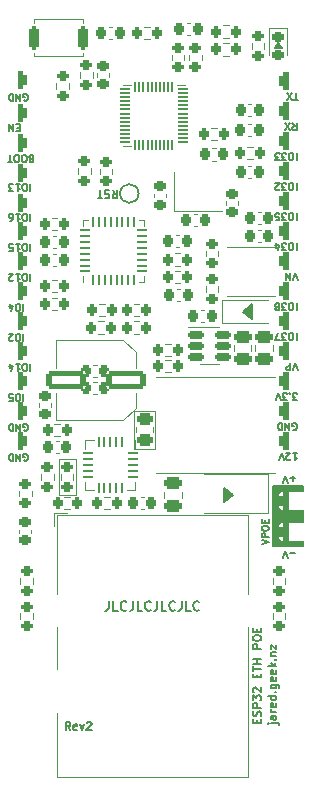
<source format=gto>
G04 #@! TF.GenerationSoftware,KiCad,Pcbnew,8.0.2*
G04 #@! TF.CreationDate,2024-06-13T23:11:37+12:00*
G04 #@! TF.ProjectId,LAN-Module-PoE-Castellated,4c414e2d-4d6f-4647-956c-652d506f452d,rev?*
G04 #@! TF.SameCoordinates,Original*
G04 #@! TF.FileFunction,Legend,Top*
G04 #@! TF.FilePolarity,Positive*
%FSLAX46Y46*%
G04 Gerber Fmt 4.6, Leading zero omitted, Abs format (unit mm)*
G04 Created by KiCad (PCBNEW 8.0.2) date 2024-06-13 23:11:37*
%MOMM*%
%LPD*%
G01*
G04 APERTURE LIST*
G04 Aperture macros list*
%AMRoundRect*
0 Rectangle with rounded corners*
0 $1 Rounding radius*
0 $2 $3 $4 $5 $6 $7 $8 $9 X,Y pos of 4 corners*
0 Add a 4 corners polygon primitive as box body*
4,1,4,$2,$3,$4,$5,$6,$7,$8,$9,$2,$3,0*
0 Add four circle primitives for the rounded corners*
1,1,$1+$1,$2,$3*
1,1,$1+$1,$4,$5*
1,1,$1+$1,$6,$7*
1,1,$1+$1,$8,$9*
0 Add four rect primitives between the rounded corners*
20,1,$1+$1,$2,$3,$4,$5,0*
20,1,$1+$1,$4,$5,$6,$7,0*
20,1,$1+$1,$6,$7,$8,$9,0*
20,1,$1+$1,$8,$9,$2,$3,0*%
G04 Aperture macros list end*
%ADD10C,0.150000*%
%ADD11C,0.100000*%
%ADD12C,0.120000*%
%ADD13C,0.000000*%
%ADD14C,0.264583*%
%ADD15RoundRect,0.200000X0.200000X0.275000X-0.200000X0.275000X-0.200000X-0.275000X0.200000X-0.275000X0*%
%ADD16RoundRect,0.400000X0.400000X0.400000X-0.400000X0.400000X-0.400000X-0.400000X0.400000X-0.400000X0*%
%ADD17R,1.270000X1.600000*%
%ADD18C,1.600000*%
%ADD19RoundRect,0.400000X-0.400000X-0.400000X0.400000X-0.400000X0.400000X0.400000X-0.400000X0.400000X0*%
%ADD20RoundRect,0.225000X0.225000X0.250000X-0.225000X0.250000X-0.225000X-0.250000X0.225000X-0.250000X0*%
%ADD21R,0.900000X1.200000*%
%ADD22RoundRect,0.150000X-0.512500X-0.150000X0.512500X-0.150000X0.512500X0.150000X-0.512500X0.150000X0*%
%ADD23RoundRect,0.200000X-0.200000X-0.275000X0.200000X-0.275000X0.200000X0.275000X-0.200000X0.275000X0*%
%ADD24RoundRect,0.250000X0.450000X-0.262500X0.450000X0.262500X-0.450000X0.262500X-0.450000X-0.262500X0*%
%ADD25RoundRect,0.200000X-0.275000X0.200000X-0.275000X-0.200000X0.275000X-0.200000X0.275000X0.200000X0*%
%ADD26RoundRect,0.225000X0.250000X-0.225000X0.250000X0.225000X-0.250000X0.225000X-0.250000X-0.225000X0*%
%ADD27RoundRect,0.225000X-0.225000X-0.250000X0.225000X-0.250000X0.225000X0.250000X-0.225000X0.250000X0*%
%ADD28RoundRect,0.200000X0.275000X-0.200000X0.275000X0.200000X-0.275000X0.200000X-0.275000X-0.200000X0*%
%ADD29R,1.200000X3.700000*%
%ADD30RoundRect,0.250000X0.475000X-0.250000X0.475000X0.250000X-0.475000X0.250000X-0.475000X-0.250000X0*%
%ADD31RoundRect,0.225000X-0.250000X0.225000X-0.250000X-0.225000X0.250000X-0.225000X0.250000X0.225000X0*%
%ADD32RoundRect,0.062500X-0.062500X0.362500X-0.062500X-0.362500X0.062500X-0.362500X0.062500X0.362500X0*%
%ADD33RoundRect,0.062500X-0.362500X0.062500X-0.362500X-0.062500X0.362500X-0.062500X0.362500X0.062500X0*%
%ADD34R,2.600000X2.600000*%
%ADD35R,2.500000X1.800000*%
%ADD36R,3.100000X7.700000*%
%ADD37RoundRect,0.062500X0.062500X-0.375000X0.062500X0.375000X-0.062500X0.375000X-0.062500X-0.375000X0*%
%ADD38RoundRect,0.062500X0.375000X-0.062500X0.375000X0.062500X-0.375000X0.062500X-0.375000X-0.062500X0*%
%ADD39R,3.100000X3.100000*%
%ADD40RoundRect,0.200000X0.200000X0.800000X-0.200000X0.800000X-0.200000X-0.800000X0.200000X-0.800000X0*%
%ADD41C,1.000000*%
%ADD42RoundRect,0.218750X-0.256250X0.218750X-0.256250X-0.218750X0.256250X-0.218750X0.256250X0.218750X0*%
%ADD43RoundRect,0.250000X1.412500X0.550000X-1.412500X0.550000X-1.412500X-0.550000X1.412500X-0.550000X0*%
%ADD44C,3.250000*%
%ADD45R,1.500000X1.500000*%
%ADD46C,1.500000*%
%ADD47C,2.200000*%
%ADD48RoundRect,0.050000X0.350000X0.050000X-0.350000X0.050000X-0.350000X-0.050000X0.350000X-0.050000X0*%
%ADD49RoundRect,0.050000X0.050000X0.350000X-0.050000X0.350000X-0.050000X-0.350000X0.050000X-0.350000X0*%
%ADD50R,3.700000X3.700000*%
%ADD51R,1.400000X1.200000*%
G04 APERTURE END LIST*
D10*
X48700000Y-73100000D02*
X47900000Y-73700000D01*
X47900000Y-72500000D01*
X48700000Y-73100000D01*
G36*
X48700000Y-73100000D02*
G01*
X47900000Y-73700000D01*
X47900000Y-72500000D01*
X48700000Y-73100000D01*
G37*
X52800000Y-35300000D02*
X52200000Y-35300000D01*
X52500000Y-34900000D01*
X52800000Y-35300000D01*
G36*
X52800000Y-35300000D02*
G01*
X52200000Y-35300000D01*
X52500000Y-34900000D01*
X52800000Y-35300000D01*
G37*
X52070000Y-72390000D02*
X54610000Y-72390000D01*
X54610000Y-77470000D01*
X52070000Y-77470000D01*
X52070000Y-72390000D01*
G36*
X52070000Y-72390000D02*
G01*
X54610000Y-72390000D01*
X54610000Y-77470000D01*
X52070000Y-77470000D01*
X52070000Y-72390000D01*
G37*
D11*
X40300000Y-66000000D02*
X42100000Y-66000000D01*
X42100000Y-69200000D01*
X40300000Y-69200000D01*
X40300000Y-66000000D01*
D10*
X50300000Y-58200000D02*
X49500000Y-57600000D01*
X50300000Y-57000000D01*
X50300000Y-58200000D01*
G36*
X50300000Y-58200000D02*
G01*
X49500000Y-57600000D01*
X50300000Y-57000000D01*
X50300000Y-58200000D01*
G37*
D11*
X33950000Y-70100000D02*
X35350000Y-70100000D01*
X35350000Y-73100000D01*
X33950000Y-73100000D01*
X33950000Y-70100000D01*
D10*
X30970112Y-39721657D02*
X31027255Y-39750228D01*
X31027255Y-39750228D02*
X31112969Y-39750228D01*
X31112969Y-39750228D02*
X31198683Y-39721657D01*
X31198683Y-39721657D02*
X31255826Y-39664514D01*
X31255826Y-39664514D02*
X31284397Y-39607371D01*
X31284397Y-39607371D02*
X31312969Y-39493085D01*
X31312969Y-39493085D02*
X31312969Y-39407371D01*
X31312969Y-39407371D02*
X31284397Y-39293085D01*
X31284397Y-39293085D02*
X31255826Y-39235942D01*
X31255826Y-39235942D02*
X31198683Y-39178800D01*
X31198683Y-39178800D02*
X31112969Y-39150228D01*
X31112969Y-39150228D02*
X31055826Y-39150228D01*
X31055826Y-39150228D02*
X30970112Y-39178800D01*
X30970112Y-39178800D02*
X30941540Y-39207371D01*
X30941540Y-39207371D02*
X30941540Y-39407371D01*
X30941540Y-39407371D02*
X31055826Y-39407371D01*
X30684397Y-39150228D02*
X30684397Y-39750228D01*
X30684397Y-39750228D02*
X30341540Y-39150228D01*
X30341540Y-39150228D02*
X30341540Y-39750228D01*
X30055826Y-39150228D02*
X30055826Y-39750228D01*
X30055826Y-39750228D02*
X29912969Y-39750228D01*
X29912969Y-39750228D02*
X29827255Y-39721657D01*
X29827255Y-39721657D02*
X29770112Y-39664514D01*
X29770112Y-39664514D02*
X29741541Y-39607371D01*
X29741541Y-39607371D02*
X29712969Y-39493085D01*
X29712969Y-39493085D02*
X29712969Y-39407371D01*
X29712969Y-39407371D02*
X29741541Y-39293085D01*
X29741541Y-39293085D02*
X29770112Y-39235942D01*
X29770112Y-39235942D02*
X29827255Y-39178800D01*
X29827255Y-39178800D02*
X29912969Y-39150228D01*
X29912969Y-39150228D02*
X30055826Y-39150228D01*
X31512969Y-49310228D02*
X31512969Y-49910228D01*
X31112970Y-49910228D02*
X30998684Y-49910228D01*
X30998684Y-49910228D02*
X30941541Y-49881657D01*
X30941541Y-49881657D02*
X30884398Y-49824514D01*
X30884398Y-49824514D02*
X30855827Y-49710228D01*
X30855827Y-49710228D02*
X30855827Y-49510228D01*
X30855827Y-49510228D02*
X30884398Y-49395942D01*
X30884398Y-49395942D02*
X30941541Y-49338800D01*
X30941541Y-49338800D02*
X30998684Y-49310228D01*
X30998684Y-49310228D02*
X31112970Y-49310228D01*
X31112970Y-49310228D02*
X31170113Y-49338800D01*
X31170113Y-49338800D02*
X31227255Y-49395942D01*
X31227255Y-49395942D02*
X31255827Y-49510228D01*
X31255827Y-49510228D02*
X31255827Y-49710228D01*
X31255827Y-49710228D02*
X31227255Y-49824514D01*
X31227255Y-49824514D02*
X31170113Y-49881657D01*
X31170113Y-49881657D02*
X31112970Y-49910228D01*
X30284399Y-49310228D02*
X30627256Y-49310228D01*
X30455827Y-49310228D02*
X30455827Y-49910228D01*
X30455827Y-49910228D02*
X30512970Y-49824514D01*
X30512970Y-49824514D02*
X30570113Y-49767371D01*
X30570113Y-49767371D02*
X30627256Y-49738800D01*
X29770113Y-49910228D02*
X29884398Y-49910228D01*
X29884398Y-49910228D02*
X29941541Y-49881657D01*
X29941541Y-49881657D02*
X29970113Y-49853085D01*
X29970113Y-49853085D02*
X30027255Y-49767371D01*
X30027255Y-49767371D02*
X30055827Y-49653085D01*
X30055827Y-49653085D02*
X30055827Y-49424514D01*
X30055827Y-49424514D02*
X30027255Y-49367371D01*
X30027255Y-49367371D02*
X29998684Y-49338800D01*
X29998684Y-49338800D02*
X29941541Y-49310228D01*
X29941541Y-49310228D02*
X29827255Y-49310228D01*
X29827255Y-49310228D02*
X29770113Y-49338800D01*
X29770113Y-49338800D02*
X29741541Y-49367371D01*
X29741541Y-49367371D02*
X29712970Y-49424514D01*
X29712970Y-49424514D02*
X29712970Y-49567371D01*
X29712970Y-49567371D02*
X29741541Y-49624514D01*
X29741541Y-49624514D02*
X29770113Y-49653085D01*
X29770113Y-49653085D02*
X29827255Y-49681657D01*
X29827255Y-49681657D02*
X29941541Y-49681657D01*
X29941541Y-49681657D02*
X29998684Y-49653085D01*
X29998684Y-49653085D02*
X30027255Y-49624514D01*
X30027255Y-49624514D02*
X30055827Y-49567371D01*
X54144173Y-39700228D02*
X53801316Y-39700228D01*
X53972744Y-39100228D02*
X53972744Y-39700228D01*
X53658458Y-39700228D02*
X53258458Y-39100228D01*
X53258458Y-39700228D02*
X53658458Y-39100228D01*
X30627254Y-42044514D02*
X30427254Y-42044514D01*
X30341540Y-41730228D02*
X30627254Y-41730228D01*
X30627254Y-41730228D02*
X30627254Y-42330228D01*
X30627254Y-42330228D02*
X30341540Y-42330228D01*
X30084397Y-41730228D02*
X30084397Y-42330228D01*
X30084397Y-42330228D02*
X29741540Y-41730228D01*
X29741540Y-41730228D02*
X29741540Y-42330228D01*
X38483333Y-47308966D02*
X38716666Y-47642300D01*
X38883333Y-47308966D02*
X38883333Y-48008966D01*
X38883333Y-48008966D02*
X38616666Y-48008966D01*
X38616666Y-48008966D02*
X38550000Y-47975633D01*
X38550000Y-47975633D02*
X38516666Y-47942300D01*
X38516666Y-47942300D02*
X38483333Y-47875633D01*
X38483333Y-47875633D02*
X38483333Y-47775633D01*
X38483333Y-47775633D02*
X38516666Y-47708966D01*
X38516666Y-47708966D02*
X38550000Y-47675633D01*
X38550000Y-47675633D02*
X38616666Y-47642300D01*
X38616666Y-47642300D02*
X38883333Y-47642300D01*
X38216666Y-47342300D02*
X38116666Y-47308966D01*
X38116666Y-47308966D02*
X37950000Y-47308966D01*
X37950000Y-47308966D02*
X37883333Y-47342300D01*
X37883333Y-47342300D02*
X37850000Y-47375633D01*
X37850000Y-47375633D02*
X37816666Y-47442300D01*
X37816666Y-47442300D02*
X37816666Y-47508966D01*
X37816666Y-47508966D02*
X37850000Y-47575633D01*
X37850000Y-47575633D02*
X37883333Y-47608966D01*
X37883333Y-47608966D02*
X37950000Y-47642300D01*
X37950000Y-47642300D02*
X38083333Y-47675633D01*
X38083333Y-47675633D02*
X38150000Y-47708966D01*
X38150000Y-47708966D02*
X38183333Y-47742300D01*
X38183333Y-47742300D02*
X38216666Y-47808966D01*
X38216666Y-47808966D02*
X38216666Y-47875633D01*
X38216666Y-47875633D02*
X38183333Y-47942300D01*
X38183333Y-47942300D02*
X38150000Y-47975633D01*
X38150000Y-47975633D02*
X38083333Y-48008966D01*
X38083333Y-48008966D02*
X37916666Y-48008966D01*
X37916666Y-48008966D02*
X37816666Y-47975633D01*
X37616666Y-48008966D02*
X37216666Y-48008966D01*
X37416666Y-47308966D02*
X37416666Y-48008966D01*
X31512969Y-62010228D02*
X31512969Y-62610228D01*
X31112970Y-62610228D02*
X30998684Y-62610228D01*
X30998684Y-62610228D02*
X30941541Y-62581657D01*
X30941541Y-62581657D02*
X30884398Y-62524514D01*
X30884398Y-62524514D02*
X30855827Y-62410228D01*
X30855827Y-62410228D02*
X30855827Y-62210228D01*
X30855827Y-62210228D02*
X30884398Y-62095942D01*
X30884398Y-62095942D02*
X30941541Y-62038800D01*
X30941541Y-62038800D02*
X30998684Y-62010228D01*
X30998684Y-62010228D02*
X31112970Y-62010228D01*
X31112970Y-62010228D02*
X31170113Y-62038800D01*
X31170113Y-62038800D02*
X31227255Y-62095942D01*
X31227255Y-62095942D02*
X31255827Y-62210228D01*
X31255827Y-62210228D02*
X31255827Y-62410228D01*
X31255827Y-62410228D02*
X31227255Y-62524514D01*
X31227255Y-62524514D02*
X31170113Y-62581657D01*
X31170113Y-62581657D02*
X31112970Y-62610228D01*
X30284399Y-62010228D02*
X30627256Y-62010228D01*
X30455827Y-62010228D02*
X30455827Y-62610228D01*
X30455827Y-62610228D02*
X30512970Y-62524514D01*
X30512970Y-62524514D02*
X30570113Y-62467371D01*
X30570113Y-62467371D02*
X30627256Y-62438800D01*
X29770113Y-62410228D02*
X29770113Y-62010228D01*
X29912970Y-62638800D02*
X30055827Y-62210228D01*
X30055827Y-62210228D02*
X29684398Y-62210228D01*
X51104771Y-77314173D02*
X51704771Y-77114173D01*
X51704771Y-77114173D02*
X51104771Y-76914173D01*
X51704771Y-76714172D02*
X51104771Y-76714172D01*
X51104771Y-76714172D02*
X51104771Y-76485601D01*
X51104771Y-76485601D02*
X51133342Y-76428458D01*
X51133342Y-76428458D02*
X51161914Y-76399887D01*
X51161914Y-76399887D02*
X51219057Y-76371315D01*
X51219057Y-76371315D02*
X51304771Y-76371315D01*
X51304771Y-76371315D02*
X51361914Y-76399887D01*
X51361914Y-76399887D02*
X51390485Y-76428458D01*
X51390485Y-76428458D02*
X51419057Y-76485601D01*
X51419057Y-76485601D02*
X51419057Y-76714172D01*
X51104771Y-75999887D02*
X51104771Y-75885601D01*
X51104771Y-75885601D02*
X51133342Y-75828458D01*
X51133342Y-75828458D02*
X51190485Y-75771315D01*
X51190485Y-75771315D02*
X51304771Y-75742744D01*
X51304771Y-75742744D02*
X51504771Y-75742744D01*
X51504771Y-75742744D02*
X51619057Y-75771315D01*
X51619057Y-75771315D02*
X51676200Y-75828458D01*
X51676200Y-75828458D02*
X51704771Y-75885601D01*
X51704771Y-75885601D02*
X51704771Y-75999887D01*
X51704771Y-75999887D02*
X51676200Y-76057030D01*
X51676200Y-76057030D02*
X51619057Y-76114172D01*
X51619057Y-76114172D02*
X51504771Y-76142744D01*
X51504771Y-76142744D02*
X51304771Y-76142744D01*
X51304771Y-76142744D02*
X51190485Y-76114172D01*
X51190485Y-76114172D02*
X51133342Y-76057030D01*
X51133342Y-76057030D02*
X51104771Y-75999887D01*
X51390485Y-75485601D02*
X51390485Y-75285601D01*
X51704771Y-75199887D02*
X51704771Y-75485601D01*
X51704771Y-75485601D02*
X51104771Y-75485601D01*
X51104771Y-75485601D02*
X51104771Y-75199887D01*
X51870489Y-92444649D02*
X52470489Y-92444649D01*
X52470489Y-92444649D02*
X52537156Y-92477982D01*
X52537156Y-92477982D02*
X52570489Y-92544649D01*
X52570489Y-92544649D02*
X52570489Y-92577982D01*
X51637156Y-92444649D02*
X51670489Y-92477982D01*
X51670489Y-92477982D02*
X51703823Y-92444649D01*
X51703823Y-92444649D02*
X51670489Y-92411316D01*
X51670489Y-92411316D02*
X51637156Y-92444649D01*
X51637156Y-92444649D02*
X51703823Y-92444649D01*
X52337156Y-91811316D02*
X51970489Y-91811316D01*
X51970489Y-91811316D02*
X51903823Y-91844649D01*
X51903823Y-91844649D02*
X51870489Y-91911316D01*
X51870489Y-91911316D02*
X51870489Y-92044649D01*
X51870489Y-92044649D02*
X51903823Y-92111316D01*
X52303823Y-91811316D02*
X52337156Y-91877983D01*
X52337156Y-91877983D02*
X52337156Y-92044649D01*
X52337156Y-92044649D02*
X52303823Y-92111316D01*
X52303823Y-92111316D02*
X52237156Y-92144649D01*
X52237156Y-92144649D02*
X52170489Y-92144649D01*
X52170489Y-92144649D02*
X52103823Y-92111316D01*
X52103823Y-92111316D02*
X52070489Y-92044649D01*
X52070489Y-92044649D02*
X52070489Y-91877983D01*
X52070489Y-91877983D02*
X52037156Y-91811316D01*
X52337156Y-91477983D02*
X51870489Y-91477983D01*
X52003823Y-91477983D02*
X51937156Y-91444650D01*
X51937156Y-91444650D02*
X51903823Y-91411316D01*
X51903823Y-91411316D02*
X51870489Y-91344650D01*
X51870489Y-91344650D02*
X51870489Y-91277983D01*
X52303823Y-90777983D02*
X52337156Y-90844650D01*
X52337156Y-90844650D02*
X52337156Y-90977983D01*
X52337156Y-90977983D02*
X52303823Y-91044650D01*
X52303823Y-91044650D02*
X52237156Y-91077983D01*
X52237156Y-91077983D02*
X51970489Y-91077983D01*
X51970489Y-91077983D02*
X51903823Y-91044650D01*
X51903823Y-91044650D02*
X51870489Y-90977983D01*
X51870489Y-90977983D02*
X51870489Y-90844650D01*
X51870489Y-90844650D02*
X51903823Y-90777983D01*
X51903823Y-90777983D02*
X51970489Y-90744650D01*
X51970489Y-90744650D02*
X52037156Y-90744650D01*
X52037156Y-90744650D02*
X52103823Y-91077983D01*
X52337156Y-90144650D02*
X51637156Y-90144650D01*
X52303823Y-90144650D02*
X52337156Y-90211317D01*
X52337156Y-90211317D02*
X52337156Y-90344650D01*
X52337156Y-90344650D02*
X52303823Y-90411317D01*
X52303823Y-90411317D02*
X52270489Y-90444650D01*
X52270489Y-90444650D02*
X52203823Y-90477983D01*
X52203823Y-90477983D02*
X52003823Y-90477983D01*
X52003823Y-90477983D02*
X51937156Y-90444650D01*
X51937156Y-90444650D02*
X51903823Y-90411317D01*
X51903823Y-90411317D02*
X51870489Y-90344650D01*
X51870489Y-90344650D02*
X51870489Y-90211317D01*
X51870489Y-90211317D02*
X51903823Y-90144650D01*
X52270489Y-89811317D02*
X52303823Y-89777984D01*
X52303823Y-89777984D02*
X52337156Y-89811317D01*
X52337156Y-89811317D02*
X52303823Y-89844650D01*
X52303823Y-89844650D02*
X52270489Y-89811317D01*
X52270489Y-89811317D02*
X52337156Y-89811317D01*
X51870489Y-89177984D02*
X52437156Y-89177984D01*
X52437156Y-89177984D02*
X52503823Y-89211317D01*
X52503823Y-89211317D02*
X52537156Y-89244651D01*
X52537156Y-89244651D02*
X52570489Y-89311317D01*
X52570489Y-89311317D02*
X52570489Y-89411317D01*
X52570489Y-89411317D02*
X52537156Y-89477984D01*
X52303823Y-89177984D02*
X52337156Y-89244651D01*
X52337156Y-89244651D02*
X52337156Y-89377984D01*
X52337156Y-89377984D02*
X52303823Y-89444651D01*
X52303823Y-89444651D02*
X52270489Y-89477984D01*
X52270489Y-89477984D02*
X52203823Y-89511317D01*
X52203823Y-89511317D02*
X52003823Y-89511317D01*
X52003823Y-89511317D02*
X51937156Y-89477984D01*
X51937156Y-89477984D02*
X51903823Y-89444651D01*
X51903823Y-89444651D02*
X51870489Y-89377984D01*
X51870489Y-89377984D02*
X51870489Y-89244651D01*
X51870489Y-89244651D02*
X51903823Y-89177984D01*
X52303823Y-88577984D02*
X52337156Y-88644651D01*
X52337156Y-88644651D02*
X52337156Y-88777984D01*
X52337156Y-88777984D02*
X52303823Y-88844651D01*
X52303823Y-88844651D02*
X52237156Y-88877984D01*
X52237156Y-88877984D02*
X51970489Y-88877984D01*
X51970489Y-88877984D02*
X51903823Y-88844651D01*
X51903823Y-88844651D02*
X51870489Y-88777984D01*
X51870489Y-88777984D02*
X51870489Y-88644651D01*
X51870489Y-88644651D02*
X51903823Y-88577984D01*
X51903823Y-88577984D02*
X51970489Y-88544651D01*
X51970489Y-88544651D02*
X52037156Y-88544651D01*
X52037156Y-88544651D02*
X52103823Y-88877984D01*
X52303823Y-87977984D02*
X52337156Y-88044651D01*
X52337156Y-88044651D02*
X52337156Y-88177984D01*
X52337156Y-88177984D02*
X52303823Y-88244651D01*
X52303823Y-88244651D02*
X52237156Y-88277984D01*
X52237156Y-88277984D02*
X51970489Y-88277984D01*
X51970489Y-88277984D02*
X51903823Y-88244651D01*
X51903823Y-88244651D02*
X51870489Y-88177984D01*
X51870489Y-88177984D02*
X51870489Y-88044651D01*
X51870489Y-88044651D02*
X51903823Y-87977984D01*
X51903823Y-87977984D02*
X51970489Y-87944651D01*
X51970489Y-87944651D02*
X52037156Y-87944651D01*
X52037156Y-87944651D02*
X52103823Y-88277984D01*
X52337156Y-87644651D02*
X51637156Y-87644651D01*
X52070489Y-87577984D02*
X52337156Y-87377984D01*
X51870489Y-87377984D02*
X52137156Y-87644651D01*
X52270489Y-87077984D02*
X52303823Y-87044651D01*
X52303823Y-87044651D02*
X52337156Y-87077984D01*
X52337156Y-87077984D02*
X52303823Y-87111317D01*
X52303823Y-87111317D02*
X52270489Y-87077984D01*
X52270489Y-87077984D02*
X52337156Y-87077984D01*
X51870489Y-86744651D02*
X52337156Y-86744651D01*
X51937156Y-86744651D02*
X51903823Y-86711318D01*
X51903823Y-86711318D02*
X51870489Y-86644651D01*
X51870489Y-86644651D02*
X51870489Y-86544651D01*
X51870489Y-86544651D02*
X51903823Y-86477984D01*
X51903823Y-86477984D02*
X51970489Y-86444651D01*
X51970489Y-86444651D02*
X52337156Y-86444651D01*
X51870489Y-86177985D02*
X51870489Y-85811318D01*
X51870489Y-85811318D02*
X52337156Y-86177985D01*
X52337156Y-86177985D02*
X52337156Y-85811318D01*
X54115601Y-65100228D02*
X53744173Y-65100228D01*
X53744173Y-65100228D02*
X53944173Y-64871657D01*
X53944173Y-64871657D02*
X53858458Y-64871657D01*
X53858458Y-64871657D02*
X53801316Y-64843085D01*
X53801316Y-64843085D02*
X53772744Y-64814514D01*
X53772744Y-64814514D02*
X53744173Y-64757371D01*
X53744173Y-64757371D02*
X53744173Y-64614514D01*
X53744173Y-64614514D02*
X53772744Y-64557371D01*
X53772744Y-64557371D02*
X53801316Y-64528800D01*
X53801316Y-64528800D02*
X53858458Y-64500228D01*
X53858458Y-64500228D02*
X54029887Y-64500228D01*
X54029887Y-64500228D02*
X54087030Y-64528800D01*
X54087030Y-64528800D02*
X54115601Y-64557371D01*
X53487029Y-64557371D02*
X53458458Y-64528800D01*
X53458458Y-64528800D02*
X53487029Y-64500228D01*
X53487029Y-64500228D02*
X53515601Y-64528800D01*
X53515601Y-64528800D02*
X53487029Y-64557371D01*
X53487029Y-64557371D02*
X53487029Y-64500228D01*
X53258458Y-65100228D02*
X52887030Y-65100228D01*
X52887030Y-65100228D02*
X53087030Y-64871657D01*
X53087030Y-64871657D02*
X53001315Y-64871657D01*
X53001315Y-64871657D02*
X52944173Y-64843085D01*
X52944173Y-64843085D02*
X52915601Y-64814514D01*
X52915601Y-64814514D02*
X52887030Y-64757371D01*
X52887030Y-64757371D02*
X52887030Y-64614514D01*
X52887030Y-64614514D02*
X52915601Y-64557371D01*
X52915601Y-64557371D02*
X52944173Y-64528800D01*
X52944173Y-64528800D02*
X53001315Y-64500228D01*
X53001315Y-64500228D02*
X53172744Y-64500228D01*
X53172744Y-64500228D02*
X53229887Y-64528800D01*
X53229887Y-64528800D02*
X53258458Y-64557371D01*
X52715601Y-65100228D02*
X52515601Y-64500228D01*
X52515601Y-64500228D02*
X52315601Y-65100228D01*
X53715601Y-41640228D02*
X53915601Y-41925942D01*
X54058458Y-41640228D02*
X54058458Y-42240228D01*
X54058458Y-42240228D02*
X53829887Y-42240228D01*
X53829887Y-42240228D02*
X53772744Y-42211657D01*
X53772744Y-42211657D02*
X53744173Y-42183085D01*
X53744173Y-42183085D02*
X53715601Y-42125942D01*
X53715601Y-42125942D02*
X53715601Y-42040228D01*
X53715601Y-42040228D02*
X53744173Y-41983085D01*
X53744173Y-41983085D02*
X53772744Y-41954514D01*
X53772744Y-41954514D02*
X53829887Y-41925942D01*
X53829887Y-41925942D02*
X54058458Y-41925942D01*
X53515601Y-42240228D02*
X53115601Y-41640228D01*
X53115601Y-42240228D02*
X53515601Y-41640228D01*
X30941540Y-59470228D02*
X30941540Y-60070228D01*
X30541541Y-60070228D02*
X30427255Y-60070228D01*
X30427255Y-60070228D02*
X30370112Y-60041657D01*
X30370112Y-60041657D02*
X30312969Y-59984514D01*
X30312969Y-59984514D02*
X30284398Y-59870228D01*
X30284398Y-59870228D02*
X30284398Y-59670228D01*
X30284398Y-59670228D02*
X30312969Y-59555942D01*
X30312969Y-59555942D02*
X30370112Y-59498800D01*
X30370112Y-59498800D02*
X30427255Y-59470228D01*
X30427255Y-59470228D02*
X30541541Y-59470228D01*
X30541541Y-59470228D02*
X30598684Y-59498800D01*
X30598684Y-59498800D02*
X30655826Y-59555942D01*
X30655826Y-59555942D02*
X30684398Y-59670228D01*
X30684398Y-59670228D02*
X30684398Y-59870228D01*
X30684398Y-59870228D02*
X30655826Y-59984514D01*
X30655826Y-59984514D02*
X30598684Y-60041657D01*
X30598684Y-60041657D02*
X30541541Y-60070228D01*
X30055827Y-60013085D02*
X30027255Y-60041657D01*
X30027255Y-60041657D02*
X29970113Y-60070228D01*
X29970113Y-60070228D02*
X29827255Y-60070228D01*
X29827255Y-60070228D02*
X29770113Y-60041657D01*
X29770113Y-60041657D02*
X29741541Y-60013085D01*
X29741541Y-60013085D02*
X29712970Y-59955942D01*
X29712970Y-59955942D02*
X29712970Y-59898800D01*
X29712970Y-59898800D02*
X29741541Y-59813085D01*
X29741541Y-59813085D02*
X30084398Y-59470228D01*
X30084398Y-59470228D02*
X29712970Y-59470228D01*
X30970112Y-70201657D02*
X31027255Y-70230228D01*
X31027255Y-70230228D02*
X31112969Y-70230228D01*
X31112969Y-70230228D02*
X31198683Y-70201657D01*
X31198683Y-70201657D02*
X31255826Y-70144514D01*
X31255826Y-70144514D02*
X31284397Y-70087371D01*
X31284397Y-70087371D02*
X31312969Y-69973085D01*
X31312969Y-69973085D02*
X31312969Y-69887371D01*
X31312969Y-69887371D02*
X31284397Y-69773085D01*
X31284397Y-69773085D02*
X31255826Y-69715942D01*
X31255826Y-69715942D02*
X31198683Y-69658800D01*
X31198683Y-69658800D02*
X31112969Y-69630228D01*
X31112969Y-69630228D02*
X31055826Y-69630228D01*
X31055826Y-69630228D02*
X30970112Y-69658800D01*
X30970112Y-69658800D02*
X30941540Y-69687371D01*
X30941540Y-69687371D02*
X30941540Y-69887371D01*
X30941540Y-69887371D02*
X31055826Y-69887371D01*
X30684397Y-69630228D02*
X30684397Y-70230228D01*
X30684397Y-70230228D02*
X30341540Y-69630228D01*
X30341540Y-69630228D02*
X30341540Y-70230228D01*
X30055826Y-69630228D02*
X30055826Y-70230228D01*
X30055826Y-70230228D02*
X29912969Y-70230228D01*
X29912969Y-70230228D02*
X29827255Y-70201657D01*
X29827255Y-70201657D02*
X29770112Y-70144514D01*
X29770112Y-70144514D02*
X29741541Y-70087371D01*
X29741541Y-70087371D02*
X29712969Y-69973085D01*
X29712969Y-69973085D02*
X29712969Y-69887371D01*
X29712969Y-69887371D02*
X29741541Y-69773085D01*
X29741541Y-69773085D02*
X29770112Y-69715942D01*
X29770112Y-69715942D02*
X29827255Y-69658800D01*
X29827255Y-69658800D02*
X29912969Y-69630228D01*
X29912969Y-69630228D02*
X30055826Y-69630228D01*
X53958458Y-71713800D02*
X53501316Y-71713800D01*
X53729887Y-71485228D02*
X53729887Y-71942371D01*
X53301316Y-72085228D02*
X53101316Y-71485228D01*
X53101316Y-71485228D02*
X52901316Y-72085228D01*
X53958458Y-78058800D02*
X53501316Y-78058800D01*
X53301316Y-78430228D02*
X53101316Y-77830228D01*
X53101316Y-77830228D02*
X52901316Y-78430228D01*
X34906473Y-93026033D02*
X34673140Y-92692700D01*
X34506473Y-93026033D02*
X34506473Y-92326033D01*
X34506473Y-92326033D02*
X34773140Y-92326033D01*
X34773140Y-92326033D02*
X34839807Y-92359366D01*
X34839807Y-92359366D02*
X34873140Y-92392700D01*
X34873140Y-92392700D02*
X34906473Y-92459366D01*
X34906473Y-92459366D02*
X34906473Y-92559366D01*
X34906473Y-92559366D02*
X34873140Y-92626033D01*
X34873140Y-92626033D02*
X34839807Y-92659366D01*
X34839807Y-92659366D02*
X34773140Y-92692700D01*
X34773140Y-92692700D02*
X34506473Y-92692700D01*
X35473140Y-92992700D02*
X35406473Y-93026033D01*
X35406473Y-93026033D02*
X35273140Y-93026033D01*
X35273140Y-93026033D02*
X35206473Y-92992700D01*
X35206473Y-92992700D02*
X35173140Y-92926033D01*
X35173140Y-92926033D02*
X35173140Y-92659366D01*
X35173140Y-92659366D02*
X35206473Y-92592700D01*
X35206473Y-92592700D02*
X35273140Y-92559366D01*
X35273140Y-92559366D02*
X35406473Y-92559366D01*
X35406473Y-92559366D02*
X35473140Y-92592700D01*
X35473140Y-92592700D02*
X35506473Y-92659366D01*
X35506473Y-92659366D02*
X35506473Y-92726033D01*
X35506473Y-92726033D02*
X35173140Y-92792700D01*
X35739807Y-92559366D02*
X35906473Y-93026033D01*
X35906473Y-93026033D02*
X36073140Y-92559366D01*
X36306473Y-92392700D02*
X36339806Y-92359366D01*
X36339806Y-92359366D02*
X36406473Y-92326033D01*
X36406473Y-92326033D02*
X36573140Y-92326033D01*
X36573140Y-92326033D02*
X36639806Y-92359366D01*
X36639806Y-92359366D02*
X36673140Y-92392700D01*
X36673140Y-92392700D02*
X36706473Y-92459366D01*
X36706473Y-92459366D02*
X36706473Y-92526033D01*
X36706473Y-92526033D02*
X36673140Y-92626033D01*
X36673140Y-92626033D02*
X36273140Y-93026033D01*
X36273140Y-93026033D02*
X36706473Y-93026033D01*
X38165884Y-82112295D02*
X38165884Y-82683723D01*
X38165884Y-82683723D02*
X38127789Y-82798009D01*
X38127789Y-82798009D02*
X38051598Y-82874200D01*
X38051598Y-82874200D02*
X37937313Y-82912295D01*
X37937313Y-82912295D02*
X37861122Y-82912295D01*
X38927789Y-82912295D02*
X38546837Y-82912295D01*
X38546837Y-82912295D02*
X38546837Y-82112295D01*
X39651599Y-82836104D02*
X39613503Y-82874200D01*
X39613503Y-82874200D02*
X39499218Y-82912295D01*
X39499218Y-82912295D02*
X39423027Y-82912295D01*
X39423027Y-82912295D02*
X39308741Y-82874200D01*
X39308741Y-82874200D02*
X39232551Y-82798009D01*
X39232551Y-82798009D02*
X39194456Y-82721819D01*
X39194456Y-82721819D02*
X39156360Y-82569438D01*
X39156360Y-82569438D02*
X39156360Y-82455152D01*
X39156360Y-82455152D02*
X39194456Y-82302771D01*
X39194456Y-82302771D02*
X39232551Y-82226580D01*
X39232551Y-82226580D02*
X39308741Y-82150390D01*
X39308741Y-82150390D02*
X39423027Y-82112295D01*
X39423027Y-82112295D02*
X39499218Y-82112295D01*
X39499218Y-82112295D02*
X39613503Y-82150390D01*
X39613503Y-82150390D02*
X39651599Y-82188485D01*
X40223027Y-82112295D02*
X40223027Y-82683723D01*
X40223027Y-82683723D02*
X40184932Y-82798009D01*
X40184932Y-82798009D02*
X40108741Y-82874200D01*
X40108741Y-82874200D02*
X39994456Y-82912295D01*
X39994456Y-82912295D02*
X39918265Y-82912295D01*
X40984932Y-82912295D02*
X40603980Y-82912295D01*
X40603980Y-82912295D02*
X40603980Y-82112295D01*
X41708742Y-82836104D02*
X41670646Y-82874200D01*
X41670646Y-82874200D02*
X41556361Y-82912295D01*
X41556361Y-82912295D02*
X41480170Y-82912295D01*
X41480170Y-82912295D02*
X41365884Y-82874200D01*
X41365884Y-82874200D02*
X41289694Y-82798009D01*
X41289694Y-82798009D02*
X41251599Y-82721819D01*
X41251599Y-82721819D02*
X41213503Y-82569438D01*
X41213503Y-82569438D02*
X41213503Y-82455152D01*
X41213503Y-82455152D02*
X41251599Y-82302771D01*
X41251599Y-82302771D02*
X41289694Y-82226580D01*
X41289694Y-82226580D02*
X41365884Y-82150390D01*
X41365884Y-82150390D02*
X41480170Y-82112295D01*
X41480170Y-82112295D02*
X41556361Y-82112295D01*
X41556361Y-82112295D02*
X41670646Y-82150390D01*
X41670646Y-82150390D02*
X41708742Y-82188485D01*
X42280170Y-82112295D02*
X42280170Y-82683723D01*
X42280170Y-82683723D02*
X42242075Y-82798009D01*
X42242075Y-82798009D02*
X42165884Y-82874200D01*
X42165884Y-82874200D02*
X42051599Y-82912295D01*
X42051599Y-82912295D02*
X41975408Y-82912295D01*
X43042075Y-82912295D02*
X42661123Y-82912295D01*
X42661123Y-82912295D02*
X42661123Y-82112295D01*
X43765885Y-82836104D02*
X43727789Y-82874200D01*
X43727789Y-82874200D02*
X43613504Y-82912295D01*
X43613504Y-82912295D02*
X43537313Y-82912295D01*
X43537313Y-82912295D02*
X43423027Y-82874200D01*
X43423027Y-82874200D02*
X43346837Y-82798009D01*
X43346837Y-82798009D02*
X43308742Y-82721819D01*
X43308742Y-82721819D02*
X43270646Y-82569438D01*
X43270646Y-82569438D02*
X43270646Y-82455152D01*
X43270646Y-82455152D02*
X43308742Y-82302771D01*
X43308742Y-82302771D02*
X43346837Y-82226580D01*
X43346837Y-82226580D02*
X43423027Y-82150390D01*
X43423027Y-82150390D02*
X43537313Y-82112295D01*
X43537313Y-82112295D02*
X43613504Y-82112295D01*
X43613504Y-82112295D02*
X43727789Y-82150390D01*
X43727789Y-82150390D02*
X43765885Y-82188485D01*
X44337313Y-82112295D02*
X44337313Y-82683723D01*
X44337313Y-82683723D02*
X44299218Y-82798009D01*
X44299218Y-82798009D02*
X44223027Y-82874200D01*
X44223027Y-82874200D02*
X44108742Y-82912295D01*
X44108742Y-82912295D02*
X44032551Y-82912295D01*
X45099218Y-82912295D02*
X44718266Y-82912295D01*
X44718266Y-82912295D02*
X44718266Y-82112295D01*
X45823028Y-82836104D02*
X45784932Y-82874200D01*
X45784932Y-82874200D02*
X45670647Y-82912295D01*
X45670647Y-82912295D02*
X45594456Y-82912295D01*
X45594456Y-82912295D02*
X45480170Y-82874200D01*
X45480170Y-82874200D02*
X45403980Y-82798009D01*
X45403980Y-82798009D02*
X45365885Y-82721819D01*
X45365885Y-82721819D02*
X45327789Y-82569438D01*
X45327789Y-82569438D02*
X45327789Y-82455152D01*
X45327789Y-82455152D02*
X45365885Y-82302771D01*
X45365885Y-82302771D02*
X45403980Y-82226580D01*
X45403980Y-82226580D02*
X45480170Y-82150390D01*
X45480170Y-82150390D02*
X45594456Y-82112295D01*
X45594456Y-82112295D02*
X45670647Y-82112295D01*
X45670647Y-82112295D02*
X45784932Y-82150390D01*
X45784932Y-82150390D02*
X45823028Y-82188485D01*
X54144173Y-54940228D02*
X53944173Y-54340228D01*
X53944173Y-54340228D02*
X53744173Y-54940228D01*
X53544172Y-54340228D02*
X53544172Y-54940228D01*
X53544172Y-54940228D02*
X53201315Y-54340228D01*
X53201315Y-54340228D02*
X53201315Y-54940228D01*
X53744173Y-69580228D02*
X54087030Y-69580228D01*
X53915601Y-69580228D02*
X53915601Y-70180228D01*
X53915601Y-70180228D02*
X53972744Y-70094514D01*
X53972744Y-70094514D02*
X54029887Y-70037371D01*
X54029887Y-70037371D02*
X54087030Y-70008800D01*
X53515601Y-70123085D02*
X53487029Y-70151657D01*
X53487029Y-70151657D02*
X53429887Y-70180228D01*
X53429887Y-70180228D02*
X53287029Y-70180228D01*
X53287029Y-70180228D02*
X53229887Y-70151657D01*
X53229887Y-70151657D02*
X53201315Y-70123085D01*
X53201315Y-70123085D02*
X53172744Y-70065942D01*
X53172744Y-70065942D02*
X53172744Y-70008800D01*
X53172744Y-70008800D02*
X53201315Y-69923085D01*
X53201315Y-69923085D02*
X53544172Y-69580228D01*
X53544172Y-69580228D02*
X53172744Y-69580228D01*
X53001315Y-70180228D02*
X52801315Y-69580228D01*
X52801315Y-69580228D02*
X52601315Y-70180228D01*
X30941540Y-56930228D02*
X30941540Y-57530228D01*
X30541541Y-57530228D02*
X30427255Y-57530228D01*
X30427255Y-57530228D02*
X30370112Y-57501657D01*
X30370112Y-57501657D02*
X30312969Y-57444514D01*
X30312969Y-57444514D02*
X30284398Y-57330228D01*
X30284398Y-57330228D02*
X30284398Y-57130228D01*
X30284398Y-57130228D02*
X30312969Y-57015942D01*
X30312969Y-57015942D02*
X30370112Y-56958800D01*
X30370112Y-56958800D02*
X30427255Y-56930228D01*
X30427255Y-56930228D02*
X30541541Y-56930228D01*
X30541541Y-56930228D02*
X30598684Y-56958800D01*
X30598684Y-56958800D02*
X30655826Y-57015942D01*
X30655826Y-57015942D02*
X30684398Y-57130228D01*
X30684398Y-57130228D02*
X30684398Y-57330228D01*
X30684398Y-57330228D02*
X30655826Y-57444514D01*
X30655826Y-57444514D02*
X30598684Y-57501657D01*
X30598684Y-57501657D02*
X30541541Y-57530228D01*
X29770113Y-57330228D02*
X29770113Y-56930228D01*
X29912970Y-57558800D02*
X30055827Y-57130228D01*
X30055827Y-57130228D02*
X29684398Y-57130228D01*
X30941540Y-64550228D02*
X30941540Y-65150228D01*
X30541541Y-65150228D02*
X30427255Y-65150228D01*
X30427255Y-65150228D02*
X30370112Y-65121657D01*
X30370112Y-65121657D02*
X30312969Y-65064514D01*
X30312969Y-65064514D02*
X30284398Y-64950228D01*
X30284398Y-64950228D02*
X30284398Y-64750228D01*
X30284398Y-64750228D02*
X30312969Y-64635942D01*
X30312969Y-64635942D02*
X30370112Y-64578800D01*
X30370112Y-64578800D02*
X30427255Y-64550228D01*
X30427255Y-64550228D02*
X30541541Y-64550228D01*
X30541541Y-64550228D02*
X30598684Y-64578800D01*
X30598684Y-64578800D02*
X30655826Y-64635942D01*
X30655826Y-64635942D02*
X30684398Y-64750228D01*
X30684398Y-64750228D02*
X30684398Y-64950228D01*
X30684398Y-64950228D02*
X30655826Y-65064514D01*
X30655826Y-65064514D02*
X30598684Y-65121657D01*
X30598684Y-65121657D02*
X30541541Y-65150228D01*
X29741541Y-65150228D02*
X30027255Y-65150228D01*
X30027255Y-65150228D02*
X30055827Y-64864514D01*
X30055827Y-64864514D02*
X30027255Y-64893085D01*
X30027255Y-64893085D02*
X29970113Y-64921657D01*
X29970113Y-64921657D02*
X29827255Y-64921657D01*
X29827255Y-64921657D02*
X29770113Y-64893085D01*
X29770113Y-64893085D02*
X29741541Y-64864514D01*
X29741541Y-64864514D02*
X29712970Y-64807371D01*
X29712970Y-64807371D02*
X29712970Y-64664514D01*
X29712970Y-64664514D02*
X29741541Y-64607371D01*
X29741541Y-64607371D02*
X29770113Y-64578800D01*
X29770113Y-64578800D02*
X29827255Y-64550228D01*
X29827255Y-64550228D02*
X29970113Y-64550228D01*
X29970113Y-64550228D02*
X30027255Y-64578800D01*
X30027255Y-64578800D02*
X30055827Y-64607371D01*
X50700489Y-92444649D02*
X50700489Y-92211316D01*
X51067156Y-92111316D02*
X51067156Y-92444649D01*
X51067156Y-92444649D02*
X50367156Y-92444649D01*
X50367156Y-92444649D02*
X50367156Y-92111316D01*
X51033823Y-91844649D02*
X51067156Y-91744649D01*
X51067156Y-91744649D02*
X51067156Y-91577983D01*
X51067156Y-91577983D02*
X51033823Y-91511316D01*
X51033823Y-91511316D02*
X51000489Y-91477983D01*
X51000489Y-91477983D02*
X50933823Y-91444649D01*
X50933823Y-91444649D02*
X50867156Y-91444649D01*
X50867156Y-91444649D02*
X50800489Y-91477983D01*
X50800489Y-91477983D02*
X50767156Y-91511316D01*
X50767156Y-91511316D02*
X50733823Y-91577983D01*
X50733823Y-91577983D02*
X50700489Y-91711316D01*
X50700489Y-91711316D02*
X50667156Y-91777983D01*
X50667156Y-91777983D02*
X50633823Y-91811316D01*
X50633823Y-91811316D02*
X50567156Y-91844649D01*
X50567156Y-91844649D02*
X50500489Y-91844649D01*
X50500489Y-91844649D02*
X50433823Y-91811316D01*
X50433823Y-91811316D02*
X50400489Y-91777983D01*
X50400489Y-91777983D02*
X50367156Y-91711316D01*
X50367156Y-91711316D02*
X50367156Y-91544649D01*
X50367156Y-91544649D02*
X50400489Y-91444649D01*
X51067156Y-91144649D02*
X50367156Y-91144649D01*
X50367156Y-91144649D02*
X50367156Y-90877982D01*
X50367156Y-90877982D02*
X50400489Y-90811316D01*
X50400489Y-90811316D02*
X50433823Y-90777982D01*
X50433823Y-90777982D02*
X50500489Y-90744649D01*
X50500489Y-90744649D02*
X50600489Y-90744649D01*
X50600489Y-90744649D02*
X50667156Y-90777982D01*
X50667156Y-90777982D02*
X50700489Y-90811316D01*
X50700489Y-90811316D02*
X50733823Y-90877982D01*
X50733823Y-90877982D02*
X50733823Y-91144649D01*
X50367156Y-90511316D02*
X50367156Y-90077982D01*
X50367156Y-90077982D02*
X50633823Y-90311316D01*
X50633823Y-90311316D02*
X50633823Y-90211316D01*
X50633823Y-90211316D02*
X50667156Y-90144649D01*
X50667156Y-90144649D02*
X50700489Y-90111316D01*
X50700489Y-90111316D02*
X50767156Y-90077982D01*
X50767156Y-90077982D02*
X50933823Y-90077982D01*
X50933823Y-90077982D02*
X51000489Y-90111316D01*
X51000489Y-90111316D02*
X51033823Y-90144649D01*
X51033823Y-90144649D02*
X51067156Y-90211316D01*
X51067156Y-90211316D02*
X51067156Y-90411316D01*
X51067156Y-90411316D02*
X51033823Y-90477982D01*
X51033823Y-90477982D02*
X51000489Y-90511316D01*
X50433823Y-89811315D02*
X50400489Y-89777982D01*
X50400489Y-89777982D02*
X50367156Y-89711315D01*
X50367156Y-89711315D02*
X50367156Y-89544649D01*
X50367156Y-89544649D02*
X50400489Y-89477982D01*
X50400489Y-89477982D02*
X50433823Y-89444649D01*
X50433823Y-89444649D02*
X50500489Y-89411315D01*
X50500489Y-89411315D02*
X50567156Y-89411315D01*
X50567156Y-89411315D02*
X50667156Y-89444649D01*
X50667156Y-89444649D02*
X51067156Y-89844649D01*
X51067156Y-89844649D02*
X51067156Y-89411315D01*
X50700489Y-88577982D02*
X50700489Y-88344649D01*
X51067156Y-88244649D02*
X51067156Y-88577982D01*
X51067156Y-88577982D02*
X50367156Y-88577982D01*
X50367156Y-88577982D02*
X50367156Y-88244649D01*
X50367156Y-88044649D02*
X50367156Y-87644649D01*
X51067156Y-87844649D02*
X50367156Y-87844649D01*
X51067156Y-87411316D02*
X50367156Y-87411316D01*
X50700489Y-87411316D02*
X50700489Y-87011316D01*
X51067156Y-87011316D02*
X50367156Y-87011316D01*
X51067156Y-86144650D02*
X50367156Y-86144650D01*
X50367156Y-86144650D02*
X50367156Y-85877983D01*
X50367156Y-85877983D02*
X50400489Y-85811317D01*
X50400489Y-85811317D02*
X50433823Y-85777983D01*
X50433823Y-85777983D02*
X50500489Y-85744650D01*
X50500489Y-85744650D02*
X50600489Y-85744650D01*
X50600489Y-85744650D02*
X50667156Y-85777983D01*
X50667156Y-85777983D02*
X50700489Y-85811317D01*
X50700489Y-85811317D02*
X50733823Y-85877983D01*
X50733823Y-85877983D02*
X50733823Y-86144650D01*
X50367156Y-85311317D02*
X50367156Y-85177983D01*
X50367156Y-85177983D02*
X50400489Y-85111317D01*
X50400489Y-85111317D02*
X50467156Y-85044650D01*
X50467156Y-85044650D02*
X50600489Y-85011317D01*
X50600489Y-85011317D02*
X50833823Y-85011317D01*
X50833823Y-85011317D02*
X50967156Y-85044650D01*
X50967156Y-85044650D02*
X51033823Y-85111317D01*
X51033823Y-85111317D02*
X51067156Y-85177983D01*
X51067156Y-85177983D02*
X51067156Y-85311317D01*
X51067156Y-85311317D02*
X51033823Y-85377983D01*
X51033823Y-85377983D02*
X50967156Y-85444650D01*
X50967156Y-85444650D02*
X50833823Y-85477983D01*
X50833823Y-85477983D02*
X50600489Y-85477983D01*
X50600489Y-85477983D02*
X50467156Y-85444650D01*
X50467156Y-85444650D02*
X50400489Y-85377983D01*
X50400489Y-85377983D02*
X50367156Y-85311317D01*
X50700489Y-84711317D02*
X50700489Y-84477984D01*
X51067156Y-84377984D02*
X51067156Y-84711317D01*
X51067156Y-84711317D02*
X50367156Y-84711317D01*
X50367156Y-84711317D02*
X50367156Y-84377984D01*
X54058458Y-49260228D02*
X54058458Y-49860228D01*
X53658459Y-49860228D02*
X53544173Y-49860228D01*
X53544173Y-49860228D02*
X53487030Y-49831657D01*
X53487030Y-49831657D02*
X53429887Y-49774514D01*
X53429887Y-49774514D02*
X53401316Y-49660228D01*
X53401316Y-49660228D02*
X53401316Y-49460228D01*
X53401316Y-49460228D02*
X53429887Y-49345942D01*
X53429887Y-49345942D02*
X53487030Y-49288800D01*
X53487030Y-49288800D02*
X53544173Y-49260228D01*
X53544173Y-49260228D02*
X53658459Y-49260228D01*
X53658459Y-49260228D02*
X53715602Y-49288800D01*
X53715602Y-49288800D02*
X53772744Y-49345942D01*
X53772744Y-49345942D02*
X53801316Y-49460228D01*
X53801316Y-49460228D02*
X53801316Y-49660228D01*
X53801316Y-49660228D02*
X53772744Y-49774514D01*
X53772744Y-49774514D02*
X53715602Y-49831657D01*
X53715602Y-49831657D02*
X53658459Y-49860228D01*
X53201316Y-49860228D02*
X52829888Y-49860228D01*
X52829888Y-49860228D02*
X53029888Y-49631657D01*
X53029888Y-49631657D02*
X52944173Y-49631657D01*
X52944173Y-49631657D02*
X52887031Y-49603085D01*
X52887031Y-49603085D02*
X52858459Y-49574514D01*
X52858459Y-49574514D02*
X52829888Y-49517371D01*
X52829888Y-49517371D02*
X52829888Y-49374514D01*
X52829888Y-49374514D02*
X52858459Y-49317371D01*
X52858459Y-49317371D02*
X52887031Y-49288800D01*
X52887031Y-49288800D02*
X52944173Y-49260228D01*
X52944173Y-49260228D02*
X53115602Y-49260228D01*
X53115602Y-49260228D02*
X53172745Y-49288800D01*
X53172745Y-49288800D02*
X53201316Y-49317371D01*
X52287030Y-49860228D02*
X52572744Y-49860228D01*
X52572744Y-49860228D02*
X52601316Y-49574514D01*
X52601316Y-49574514D02*
X52572744Y-49603085D01*
X52572744Y-49603085D02*
X52515602Y-49631657D01*
X52515602Y-49631657D02*
X52372744Y-49631657D01*
X52372744Y-49631657D02*
X52315602Y-49603085D01*
X52315602Y-49603085D02*
X52287030Y-49574514D01*
X52287030Y-49574514D02*
X52258459Y-49517371D01*
X52258459Y-49517371D02*
X52258459Y-49374514D01*
X52258459Y-49374514D02*
X52287030Y-49317371D01*
X52287030Y-49317371D02*
X52315602Y-49288800D01*
X52315602Y-49288800D02*
X52372744Y-49260228D01*
X52372744Y-49260228D02*
X52515602Y-49260228D01*
X52515602Y-49260228D02*
X52572744Y-49288800D01*
X52572744Y-49288800D02*
X52601316Y-49317371D01*
X54058458Y-51800228D02*
X54058458Y-52400228D01*
X53658459Y-52400228D02*
X53544173Y-52400228D01*
X53544173Y-52400228D02*
X53487030Y-52371657D01*
X53487030Y-52371657D02*
X53429887Y-52314514D01*
X53429887Y-52314514D02*
X53401316Y-52200228D01*
X53401316Y-52200228D02*
X53401316Y-52000228D01*
X53401316Y-52000228D02*
X53429887Y-51885942D01*
X53429887Y-51885942D02*
X53487030Y-51828800D01*
X53487030Y-51828800D02*
X53544173Y-51800228D01*
X53544173Y-51800228D02*
X53658459Y-51800228D01*
X53658459Y-51800228D02*
X53715602Y-51828800D01*
X53715602Y-51828800D02*
X53772744Y-51885942D01*
X53772744Y-51885942D02*
X53801316Y-52000228D01*
X53801316Y-52000228D02*
X53801316Y-52200228D01*
X53801316Y-52200228D02*
X53772744Y-52314514D01*
X53772744Y-52314514D02*
X53715602Y-52371657D01*
X53715602Y-52371657D02*
X53658459Y-52400228D01*
X53201316Y-52400228D02*
X52829888Y-52400228D01*
X52829888Y-52400228D02*
X53029888Y-52171657D01*
X53029888Y-52171657D02*
X52944173Y-52171657D01*
X52944173Y-52171657D02*
X52887031Y-52143085D01*
X52887031Y-52143085D02*
X52858459Y-52114514D01*
X52858459Y-52114514D02*
X52829888Y-52057371D01*
X52829888Y-52057371D02*
X52829888Y-51914514D01*
X52829888Y-51914514D02*
X52858459Y-51857371D01*
X52858459Y-51857371D02*
X52887031Y-51828800D01*
X52887031Y-51828800D02*
X52944173Y-51800228D01*
X52944173Y-51800228D02*
X53115602Y-51800228D01*
X53115602Y-51800228D02*
X53172745Y-51828800D01*
X53172745Y-51828800D02*
X53201316Y-51857371D01*
X52315602Y-52200228D02*
X52315602Y-51800228D01*
X52458459Y-52428800D02*
X52601316Y-52000228D01*
X52601316Y-52000228D02*
X52229887Y-52000228D01*
X31570111Y-44644514D02*
X31484397Y-44615942D01*
X31484397Y-44615942D02*
X31455826Y-44587371D01*
X31455826Y-44587371D02*
X31427254Y-44530228D01*
X31427254Y-44530228D02*
X31427254Y-44444514D01*
X31427254Y-44444514D02*
X31455826Y-44387371D01*
X31455826Y-44387371D02*
X31484397Y-44358800D01*
X31484397Y-44358800D02*
X31541540Y-44330228D01*
X31541540Y-44330228D02*
X31770111Y-44330228D01*
X31770111Y-44330228D02*
X31770111Y-44930228D01*
X31770111Y-44930228D02*
X31570111Y-44930228D01*
X31570111Y-44930228D02*
X31512969Y-44901657D01*
X31512969Y-44901657D02*
X31484397Y-44873085D01*
X31484397Y-44873085D02*
X31455826Y-44815942D01*
X31455826Y-44815942D02*
X31455826Y-44758800D01*
X31455826Y-44758800D02*
X31484397Y-44701657D01*
X31484397Y-44701657D02*
X31512969Y-44673085D01*
X31512969Y-44673085D02*
X31570111Y-44644514D01*
X31570111Y-44644514D02*
X31770111Y-44644514D01*
X31055826Y-44930228D02*
X30941540Y-44930228D01*
X30941540Y-44930228D02*
X30884397Y-44901657D01*
X30884397Y-44901657D02*
X30827254Y-44844514D01*
X30827254Y-44844514D02*
X30798683Y-44730228D01*
X30798683Y-44730228D02*
X30798683Y-44530228D01*
X30798683Y-44530228D02*
X30827254Y-44415942D01*
X30827254Y-44415942D02*
X30884397Y-44358800D01*
X30884397Y-44358800D02*
X30941540Y-44330228D01*
X30941540Y-44330228D02*
X31055826Y-44330228D01*
X31055826Y-44330228D02*
X31112969Y-44358800D01*
X31112969Y-44358800D02*
X31170111Y-44415942D01*
X31170111Y-44415942D02*
X31198683Y-44530228D01*
X31198683Y-44530228D02*
X31198683Y-44730228D01*
X31198683Y-44730228D02*
X31170111Y-44844514D01*
X31170111Y-44844514D02*
X31112969Y-44901657D01*
X31112969Y-44901657D02*
X31055826Y-44930228D01*
X30427255Y-44930228D02*
X30312969Y-44930228D01*
X30312969Y-44930228D02*
X30255826Y-44901657D01*
X30255826Y-44901657D02*
X30198683Y-44844514D01*
X30198683Y-44844514D02*
X30170112Y-44730228D01*
X30170112Y-44730228D02*
X30170112Y-44530228D01*
X30170112Y-44530228D02*
X30198683Y-44415942D01*
X30198683Y-44415942D02*
X30255826Y-44358800D01*
X30255826Y-44358800D02*
X30312969Y-44330228D01*
X30312969Y-44330228D02*
X30427255Y-44330228D01*
X30427255Y-44330228D02*
X30484398Y-44358800D01*
X30484398Y-44358800D02*
X30541540Y-44415942D01*
X30541540Y-44415942D02*
X30570112Y-44530228D01*
X30570112Y-44530228D02*
X30570112Y-44730228D01*
X30570112Y-44730228D02*
X30541540Y-44844514D01*
X30541540Y-44844514D02*
X30484398Y-44901657D01*
X30484398Y-44901657D02*
X30427255Y-44930228D01*
X29998684Y-44930228D02*
X29655827Y-44930228D01*
X29827255Y-44330228D02*
X29827255Y-44930228D01*
X30970112Y-67661657D02*
X31027255Y-67690228D01*
X31027255Y-67690228D02*
X31112969Y-67690228D01*
X31112969Y-67690228D02*
X31198683Y-67661657D01*
X31198683Y-67661657D02*
X31255826Y-67604514D01*
X31255826Y-67604514D02*
X31284397Y-67547371D01*
X31284397Y-67547371D02*
X31312969Y-67433085D01*
X31312969Y-67433085D02*
X31312969Y-67347371D01*
X31312969Y-67347371D02*
X31284397Y-67233085D01*
X31284397Y-67233085D02*
X31255826Y-67175942D01*
X31255826Y-67175942D02*
X31198683Y-67118800D01*
X31198683Y-67118800D02*
X31112969Y-67090228D01*
X31112969Y-67090228D02*
X31055826Y-67090228D01*
X31055826Y-67090228D02*
X30970112Y-67118800D01*
X30970112Y-67118800D02*
X30941540Y-67147371D01*
X30941540Y-67147371D02*
X30941540Y-67347371D01*
X30941540Y-67347371D02*
X31055826Y-67347371D01*
X30684397Y-67090228D02*
X30684397Y-67690228D01*
X30684397Y-67690228D02*
X30341540Y-67090228D01*
X30341540Y-67090228D02*
X30341540Y-67690228D01*
X30055826Y-67090228D02*
X30055826Y-67690228D01*
X30055826Y-67690228D02*
X29912969Y-67690228D01*
X29912969Y-67690228D02*
X29827255Y-67661657D01*
X29827255Y-67661657D02*
X29770112Y-67604514D01*
X29770112Y-67604514D02*
X29741541Y-67547371D01*
X29741541Y-67547371D02*
X29712969Y-67433085D01*
X29712969Y-67433085D02*
X29712969Y-67347371D01*
X29712969Y-67347371D02*
X29741541Y-67233085D01*
X29741541Y-67233085D02*
X29770112Y-67175942D01*
X29770112Y-67175942D02*
X29827255Y-67118800D01*
X29827255Y-67118800D02*
X29912969Y-67090228D01*
X29912969Y-67090228D02*
X30055826Y-67090228D01*
X53744173Y-67611657D02*
X53801316Y-67640228D01*
X53801316Y-67640228D02*
X53887030Y-67640228D01*
X53887030Y-67640228D02*
X53972744Y-67611657D01*
X53972744Y-67611657D02*
X54029887Y-67554514D01*
X54029887Y-67554514D02*
X54058458Y-67497371D01*
X54058458Y-67497371D02*
X54087030Y-67383085D01*
X54087030Y-67383085D02*
X54087030Y-67297371D01*
X54087030Y-67297371D02*
X54058458Y-67183085D01*
X54058458Y-67183085D02*
X54029887Y-67125942D01*
X54029887Y-67125942D02*
X53972744Y-67068800D01*
X53972744Y-67068800D02*
X53887030Y-67040228D01*
X53887030Y-67040228D02*
X53829887Y-67040228D01*
X53829887Y-67040228D02*
X53744173Y-67068800D01*
X53744173Y-67068800D02*
X53715601Y-67097371D01*
X53715601Y-67097371D02*
X53715601Y-67297371D01*
X53715601Y-67297371D02*
X53829887Y-67297371D01*
X53458458Y-67040228D02*
X53458458Y-67640228D01*
X53458458Y-67640228D02*
X53115601Y-67040228D01*
X53115601Y-67040228D02*
X53115601Y-67640228D01*
X52829887Y-67040228D02*
X52829887Y-67640228D01*
X52829887Y-67640228D02*
X52687030Y-67640228D01*
X52687030Y-67640228D02*
X52601316Y-67611657D01*
X52601316Y-67611657D02*
X52544173Y-67554514D01*
X52544173Y-67554514D02*
X52515602Y-67497371D01*
X52515602Y-67497371D02*
X52487030Y-67383085D01*
X52487030Y-67383085D02*
X52487030Y-67297371D01*
X52487030Y-67297371D02*
X52515602Y-67183085D01*
X52515602Y-67183085D02*
X52544173Y-67125942D01*
X52544173Y-67125942D02*
X52601316Y-67068800D01*
X52601316Y-67068800D02*
X52687030Y-67040228D01*
X52687030Y-67040228D02*
X52829887Y-67040228D01*
X54144173Y-62560228D02*
X53944173Y-61960228D01*
X53944173Y-61960228D02*
X53744173Y-62560228D01*
X53544172Y-61960228D02*
X53544172Y-62560228D01*
X53544172Y-62560228D02*
X53315601Y-62560228D01*
X53315601Y-62560228D02*
X53258458Y-62531657D01*
X53258458Y-62531657D02*
X53229887Y-62503085D01*
X53229887Y-62503085D02*
X53201315Y-62445942D01*
X53201315Y-62445942D02*
X53201315Y-62360228D01*
X53201315Y-62360228D02*
X53229887Y-62303085D01*
X53229887Y-62303085D02*
X53258458Y-62274514D01*
X53258458Y-62274514D02*
X53315601Y-62245942D01*
X53315601Y-62245942D02*
X53544172Y-62245942D01*
X31512969Y-51850228D02*
X31512969Y-52450228D01*
X31112970Y-52450228D02*
X30998684Y-52450228D01*
X30998684Y-52450228D02*
X30941541Y-52421657D01*
X30941541Y-52421657D02*
X30884398Y-52364514D01*
X30884398Y-52364514D02*
X30855827Y-52250228D01*
X30855827Y-52250228D02*
X30855827Y-52050228D01*
X30855827Y-52050228D02*
X30884398Y-51935942D01*
X30884398Y-51935942D02*
X30941541Y-51878800D01*
X30941541Y-51878800D02*
X30998684Y-51850228D01*
X30998684Y-51850228D02*
X31112970Y-51850228D01*
X31112970Y-51850228D02*
X31170113Y-51878800D01*
X31170113Y-51878800D02*
X31227255Y-51935942D01*
X31227255Y-51935942D02*
X31255827Y-52050228D01*
X31255827Y-52050228D02*
X31255827Y-52250228D01*
X31255827Y-52250228D02*
X31227255Y-52364514D01*
X31227255Y-52364514D02*
X31170113Y-52421657D01*
X31170113Y-52421657D02*
X31112970Y-52450228D01*
X30284399Y-51850228D02*
X30627256Y-51850228D01*
X30455827Y-51850228D02*
X30455827Y-52450228D01*
X30455827Y-52450228D02*
X30512970Y-52364514D01*
X30512970Y-52364514D02*
X30570113Y-52307371D01*
X30570113Y-52307371D02*
X30627256Y-52278800D01*
X29741541Y-52450228D02*
X30027255Y-52450228D01*
X30027255Y-52450228D02*
X30055827Y-52164514D01*
X30055827Y-52164514D02*
X30027255Y-52193085D01*
X30027255Y-52193085D02*
X29970113Y-52221657D01*
X29970113Y-52221657D02*
X29827255Y-52221657D01*
X29827255Y-52221657D02*
X29770113Y-52193085D01*
X29770113Y-52193085D02*
X29741541Y-52164514D01*
X29741541Y-52164514D02*
X29712970Y-52107371D01*
X29712970Y-52107371D02*
X29712970Y-51964514D01*
X29712970Y-51964514D02*
X29741541Y-51907371D01*
X29741541Y-51907371D02*
X29770113Y-51878800D01*
X29770113Y-51878800D02*
X29827255Y-51850228D01*
X29827255Y-51850228D02*
X29970113Y-51850228D01*
X29970113Y-51850228D02*
X30027255Y-51878800D01*
X30027255Y-51878800D02*
X30055827Y-51907371D01*
X31512969Y-54390228D02*
X31512969Y-54990228D01*
X31112970Y-54990228D02*
X30998684Y-54990228D01*
X30998684Y-54990228D02*
X30941541Y-54961657D01*
X30941541Y-54961657D02*
X30884398Y-54904514D01*
X30884398Y-54904514D02*
X30855827Y-54790228D01*
X30855827Y-54790228D02*
X30855827Y-54590228D01*
X30855827Y-54590228D02*
X30884398Y-54475942D01*
X30884398Y-54475942D02*
X30941541Y-54418800D01*
X30941541Y-54418800D02*
X30998684Y-54390228D01*
X30998684Y-54390228D02*
X31112970Y-54390228D01*
X31112970Y-54390228D02*
X31170113Y-54418800D01*
X31170113Y-54418800D02*
X31227255Y-54475942D01*
X31227255Y-54475942D02*
X31255827Y-54590228D01*
X31255827Y-54590228D02*
X31255827Y-54790228D01*
X31255827Y-54790228D02*
X31227255Y-54904514D01*
X31227255Y-54904514D02*
X31170113Y-54961657D01*
X31170113Y-54961657D02*
X31112970Y-54990228D01*
X30284399Y-54390228D02*
X30627256Y-54390228D01*
X30455827Y-54390228D02*
X30455827Y-54990228D01*
X30455827Y-54990228D02*
X30512970Y-54904514D01*
X30512970Y-54904514D02*
X30570113Y-54847371D01*
X30570113Y-54847371D02*
X30627256Y-54818800D01*
X30055827Y-54933085D02*
X30027255Y-54961657D01*
X30027255Y-54961657D02*
X29970113Y-54990228D01*
X29970113Y-54990228D02*
X29827255Y-54990228D01*
X29827255Y-54990228D02*
X29770113Y-54961657D01*
X29770113Y-54961657D02*
X29741541Y-54933085D01*
X29741541Y-54933085D02*
X29712970Y-54875942D01*
X29712970Y-54875942D02*
X29712970Y-54818800D01*
X29712970Y-54818800D02*
X29741541Y-54733085D01*
X29741541Y-54733085D02*
X30084398Y-54390228D01*
X30084398Y-54390228D02*
X29712970Y-54390228D01*
X31512969Y-46770228D02*
X31512969Y-47370228D01*
X31112970Y-47370228D02*
X30998684Y-47370228D01*
X30998684Y-47370228D02*
X30941541Y-47341657D01*
X30941541Y-47341657D02*
X30884398Y-47284514D01*
X30884398Y-47284514D02*
X30855827Y-47170228D01*
X30855827Y-47170228D02*
X30855827Y-46970228D01*
X30855827Y-46970228D02*
X30884398Y-46855942D01*
X30884398Y-46855942D02*
X30941541Y-46798800D01*
X30941541Y-46798800D02*
X30998684Y-46770228D01*
X30998684Y-46770228D02*
X31112970Y-46770228D01*
X31112970Y-46770228D02*
X31170113Y-46798800D01*
X31170113Y-46798800D02*
X31227255Y-46855942D01*
X31227255Y-46855942D02*
X31255827Y-46970228D01*
X31255827Y-46970228D02*
X31255827Y-47170228D01*
X31255827Y-47170228D02*
X31227255Y-47284514D01*
X31227255Y-47284514D02*
X31170113Y-47341657D01*
X31170113Y-47341657D02*
X31112970Y-47370228D01*
X30284399Y-46770228D02*
X30627256Y-46770228D01*
X30455827Y-46770228D02*
X30455827Y-47370228D01*
X30455827Y-47370228D02*
X30512970Y-47284514D01*
X30512970Y-47284514D02*
X30570113Y-47227371D01*
X30570113Y-47227371D02*
X30627256Y-47198800D01*
X30084398Y-47370228D02*
X29712970Y-47370228D01*
X29712970Y-47370228D02*
X29912970Y-47141657D01*
X29912970Y-47141657D02*
X29827255Y-47141657D01*
X29827255Y-47141657D02*
X29770113Y-47113085D01*
X29770113Y-47113085D02*
X29741541Y-47084514D01*
X29741541Y-47084514D02*
X29712970Y-47027371D01*
X29712970Y-47027371D02*
X29712970Y-46884514D01*
X29712970Y-46884514D02*
X29741541Y-46827371D01*
X29741541Y-46827371D02*
X29770113Y-46798800D01*
X29770113Y-46798800D02*
X29827255Y-46770228D01*
X29827255Y-46770228D02*
X29998684Y-46770228D01*
X29998684Y-46770228D02*
X30055827Y-46798800D01*
X30055827Y-46798800D02*
X30084398Y-46827371D01*
X54058458Y-56880228D02*
X54058458Y-57480228D01*
X53658459Y-57480228D02*
X53544173Y-57480228D01*
X53544173Y-57480228D02*
X53487030Y-57451657D01*
X53487030Y-57451657D02*
X53429887Y-57394514D01*
X53429887Y-57394514D02*
X53401316Y-57280228D01*
X53401316Y-57280228D02*
X53401316Y-57080228D01*
X53401316Y-57080228D02*
X53429887Y-56965942D01*
X53429887Y-56965942D02*
X53487030Y-56908800D01*
X53487030Y-56908800D02*
X53544173Y-56880228D01*
X53544173Y-56880228D02*
X53658459Y-56880228D01*
X53658459Y-56880228D02*
X53715602Y-56908800D01*
X53715602Y-56908800D02*
X53772744Y-56965942D01*
X53772744Y-56965942D02*
X53801316Y-57080228D01*
X53801316Y-57080228D02*
X53801316Y-57280228D01*
X53801316Y-57280228D02*
X53772744Y-57394514D01*
X53772744Y-57394514D02*
X53715602Y-57451657D01*
X53715602Y-57451657D02*
X53658459Y-57480228D01*
X53201316Y-57480228D02*
X52829888Y-57480228D01*
X52829888Y-57480228D02*
X53029888Y-57251657D01*
X53029888Y-57251657D02*
X52944173Y-57251657D01*
X52944173Y-57251657D02*
X52887031Y-57223085D01*
X52887031Y-57223085D02*
X52858459Y-57194514D01*
X52858459Y-57194514D02*
X52829888Y-57137371D01*
X52829888Y-57137371D02*
X52829888Y-56994514D01*
X52829888Y-56994514D02*
X52858459Y-56937371D01*
X52858459Y-56937371D02*
X52887031Y-56908800D01*
X52887031Y-56908800D02*
X52944173Y-56880228D01*
X52944173Y-56880228D02*
X53115602Y-56880228D01*
X53115602Y-56880228D02*
X53172745Y-56908800D01*
X53172745Y-56908800D02*
X53201316Y-56937371D01*
X52487030Y-57223085D02*
X52544173Y-57251657D01*
X52544173Y-57251657D02*
X52572744Y-57280228D01*
X52572744Y-57280228D02*
X52601316Y-57337371D01*
X52601316Y-57337371D02*
X52601316Y-57365942D01*
X52601316Y-57365942D02*
X52572744Y-57423085D01*
X52572744Y-57423085D02*
X52544173Y-57451657D01*
X52544173Y-57451657D02*
X52487030Y-57480228D01*
X52487030Y-57480228D02*
X52372744Y-57480228D01*
X52372744Y-57480228D02*
X52315602Y-57451657D01*
X52315602Y-57451657D02*
X52287030Y-57423085D01*
X52287030Y-57423085D02*
X52258459Y-57365942D01*
X52258459Y-57365942D02*
X52258459Y-57337371D01*
X52258459Y-57337371D02*
X52287030Y-57280228D01*
X52287030Y-57280228D02*
X52315602Y-57251657D01*
X52315602Y-57251657D02*
X52372744Y-57223085D01*
X52372744Y-57223085D02*
X52487030Y-57223085D01*
X52487030Y-57223085D02*
X52544173Y-57194514D01*
X52544173Y-57194514D02*
X52572744Y-57165942D01*
X52572744Y-57165942D02*
X52601316Y-57108800D01*
X52601316Y-57108800D02*
X52601316Y-56994514D01*
X52601316Y-56994514D02*
X52572744Y-56937371D01*
X52572744Y-56937371D02*
X52544173Y-56908800D01*
X52544173Y-56908800D02*
X52487030Y-56880228D01*
X52487030Y-56880228D02*
X52372744Y-56880228D01*
X52372744Y-56880228D02*
X52315602Y-56908800D01*
X52315602Y-56908800D02*
X52287030Y-56937371D01*
X52287030Y-56937371D02*
X52258459Y-56994514D01*
X52258459Y-56994514D02*
X52258459Y-57108800D01*
X52258459Y-57108800D02*
X52287030Y-57165942D01*
X52287030Y-57165942D02*
X52315602Y-57194514D01*
X52315602Y-57194514D02*
X52372744Y-57223085D01*
X54058458Y-44180228D02*
X54058458Y-44780228D01*
X53658459Y-44780228D02*
X53544173Y-44780228D01*
X53544173Y-44780228D02*
X53487030Y-44751657D01*
X53487030Y-44751657D02*
X53429887Y-44694514D01*
X53429887Y-44694514D02*
X53401316Y-44580228D01*
X53401316Y-44580228D02*
X53401316Y-44380228D01*
X53401316Y-44380228D02*
X53429887Y-44265942D01*
X53429887Y-44265942D02*
X53487030Y-44208800D01*
X53487030Y-44208800D02*
X53544173Y-44180228D01*
X53544173Y-44180228D02*
X53658459Y-44180228D01*
X53658459Y-44180228D02*
X53715602Y-44208800D01*
X53715602Y-44208800D02*
X53772744Y-44265942D01*
X53772744Y-44265942D02*
X53801316Y-44380228D01*
X53801316Y-44380228D02*
X53801316Y-44580228D01*
X53801316Y-44580228D02*
X53772744Y-44694514D01*
X53772744Y-44694514D02*
X53715602Y-44751657D01*
X53715602Y-44751657D02*
X53658459Y-44780228D01*
X53201316Y-44780228D02*
X52829888Y-44780228D01*
X52829888Y-44780228D02*
X53029888Y-44551657D01*
X53029888Y-44551657D02*
X52944173Y-44551657D01*
X52944173Y-44551657D02*
X52887031Y-44523085D01*
X52887031Y-44523085D02*
X52858459Y-44494514D01*
X52858459Y-44494514D02*
X52829888Y-44437371D01*
X52829888Y-44437371D02*
X52829888Y-44294514D01*
X52829888Y-44294514D02*
X52858459Y-44237371D01*
X52858459Y-44237371D02*
X52887031Y-44208800D01*
X52887031Y-44208800D02*
X52944173Y-44180228D01*
X52944173Y-44180228D02*
X53115602Y-44180228D01*
X53115602Y-44180228D02*
X53172745Y-44208800D01*
X53172745Y-44208800D02*
X53201316Y-44237371D01*
X52629887Y-44780228D02*
X52258459Y-44780228D01*
X52258459Y-44780228D02*
X52458459Y-44551657D01*
X52458459Y-44551657D02*
X52372744Y-44551657D01*
X52372744Y-44551657D02*
X52315602Y-44523085D01*
X52315602Y-44523085D02*
X52287030Y-44494514D01*
X52287030Y-44494514D02*
X52258459Y-44437371D01*
X52258459Y-44437371D02*
X52258459Y-44294514D01*
X52258459Y-44294514D02*
X52287030Y-44237371D01*
X52287030Y-44237371D02*
X52315602Y-44208800D01*
X52315602Y-44208800D02*
X52372744Y-44180228D01*
X52372744Y-44180228D02*
X52544173Y-44180228D01*
X52544173Y-44180228D02*
X52601316Y-44208800D01*
X52601316Y-44208800D02*
X52629887Y-44237371D01*
X54058458Y-46720228D02*
X54058458Y-47320228D01*
X53658459Y-47320228D02*
X53544173Y-47320228D01*
X53544173Y-47320228D02*
X53487030Y-47291657D01*
X53487030Y-47291657D02*
X53429887Y-47234514D01*
X53429887Y-47234514D02*
X53401316Y-47120228D01*
X53401316Y-47120228D02*
X53401316Y-46920228D01*
X53401316Y-46920228D02*
X53429887Y-46805942D01*
X53429887Y-46805942D02*
X53487030Y-46748800D01*
X53487030Y-46748800D02*
X53544173Y-46720228D01*
X53544173Y-46720228D02*
X53658459Y-46720228D01*
X53658459Y-46720228D02*
X53715602Y-46748800D01*
X53715602Y-46748800D02*
X53772744Y-46805942D01*
X53772744Y-46805942D02*
X53801316Y-46920228D01*
X53801316Y-46920228D02*
X53801316Y-47120228D01*
X53801316Y-47120228D02*
X53772744Y-47234514D01*
X53772744Y-47234514D02*
X53715602Y-47291657D01*
X53715602Y-47291657D02*
X53658459Y-47320228D01*
X53201316Y-47320228D02*
X52829888Y-47320228D01*
X52829888Y-47320228D02*
X53029888Y-47091657D01*
X53029888Y-47091657D02*
X52944173Y-47091657D01*
X52944173Y-47091657D02*
X52887031Y-47063085D01*
X52887031Y-47063085D02*
X52858459Y-47034514D01*
X52858459Y-47034514D02*
X52829888Y-46977371D01*
X52829888Y-46977371D02*
X52829888Y-46834514D01*
X52829888Y-46834514D02*
X52858459Y-46777371D01*
X52858459Y-46777371D02*
X52887031Y-46748800D01*
X52887031Y-46748800D02*
X52944173Y-46720228D01*
X52944173Y-46720228D02*
X53115602Y-46720228D01*
X53115602Y-46720228D02*
X53172745Y-46748800D01*
X53172745Y-46748800D02*
X53201316Y-46777371D01*
X52601316Y-47263085D02*
X52572744Y-47291657D01*
X52572744Y-47291657D02*
X52515602Y-47320228D01*
X52515602Y-47320228D02*
X52372744Y-47320228D01*
X52372744Y-47320228D02*
X52315602Y-47291657D01*
X52315602Y-47291657D02*
X52287030Y-47263085D01*
X52287030Y-47263085D02*
X52258459Y-47205942D01*
X52258459Y-47205942D02*
X52258459Y-47148800D01*
X52258459Y-47148800D02*
X52287030Y-47063085D01*
X52287030Y-47063085D02*
X52629887Y-46720228D01*
X52629887Y-46720228D02*
X52258459Y-46720228D01*
X54058458Y-59420228D02*
X54058458Y-60020228D01*
X53658459Y-60020228D02*
X53544173Y-60020228D01*
X53544173Y-60020228D02*
X53487030Y-59991657D01*
X53487030Y-59991657D02*
X53429887Y-59934514D01*
X53429887Y-59934514D02*
X53401316Y-59820228D01*
X53401316Y-59820228D02*
X53401316Y-59620228D01*
X53401316Y-59620228D02*
X53429887Y-59505942D01*
X53429887Y-59505942D02*
X53487030Y-59448800D01*
X53487030Y-59448800D02*
X53544173Y-59420228D01*
X53544173Y-59420228D02*
X53658459Y-59420228D01*
X53658459Y-59420228D02*
X53715602Y-59448800D01*
X53715602Y-59448800D02*
X53772744Y-59505942D01*
X53772744Y-59505942D02*
X53801316Y-59620228D01*
X53801316Y-59620228D02*
X53801316Y-59820228D01*
X53801316Y-59820228D02*
X53772744Y-59934514D01*
X53772744Y-59934514D02*
X53715602Y-59991657D01*
X53715602Y-59991657D02*
X53658459Y-60020228D01*
X53201316Y-60020228D02*
X52829888Y-60020228D01*
X52829888Y-60020228D02*
X53029888Y-59791657D01*
X53029888Y-59791657D02*
X52944173Y-59791657D01*
X52944173Y-59791657D02*
X52887031Y-59763085D01*
X52887031Y-59763085D02*
X52858459Y-59734514D01*
X52858459Y-59734514D02*
X52829888Y-59677371D01*
X52829888Y-59677371D02*
X52829888Y-59534514D01*
X52829888Y-59534514D02*
X52858459Y-59477371D01*
X52858459Y-59477371D02*
X52887031Y-59448800D01*
X52887031Y-59448800D02*
X52944173Y-59420228D01*
X52944173Y-59420228D02*
X53115602Y-59420228D01*
X53115602Y-59420228D02*
X53172745Y-59448800D01*
X53172745Y-59448800D02*
X53201316Y-59477371D01*
X52629887Y-60020228D02*
X52229887Y-60020228D01*
X52229887Y-60020228D02*
X52487030Y-59420228D01*
D12*
G04 #@! TO.C,R5*
X38237258Y-74322500D02*
X37762742Y-74322500D01*
X38237258Y-73277500D02*
X37762742Y-73277500D01*
G04 #@! TO.C,R14*
X37744758Y-58427500D02*
X37270242Y-58427500D01*
X37744758Y-59472500D02*
X37270242Y-59472500D01*
G04 #@! TO.C,C2*
X50215580Y-41690000D02*
X49934420Y-41690000D01*
X50215580Y-42710000D02*
X49934420Y-42710000D01*
G04 #@! TO.C,D2*
X47750000Y-56600000D02*
X47750000Y-58600000D01*
X47750000Y-56600000D02*
X51650000Y-56600000D01*
X47750000Y-58600000D02*
X51650000Y-58600000D01*
G04 #@! TO.C,U3*
X46700000Y-58940000D02*
X44900000Y-58940000D01*
X46700000Y-58940000D02*
X47500000Y-58940000D01*
X46700000Y-62060000D02*
X45900000Y-62060000D01*
X46700000Y-62060000D02*
X47500000Y-62060000D01*
G04 #@! TO.C,R8*
X33332742Y-54927500D02*
X33807258Y-54927500D01*
X33332742Y-55972500D02*
X33807258Y-55972500D01*
G04 #@! TO.C,R17*
X40270242Y-58427500D02*
X40744758Y-58427500D01*
X40270242Y-59472500D02*
X40744758Y-59472500D01*
G04 #@! TO.C,C22*
X33807258Y-56427500D02*
X33332742Y-56427500D01*
X33807258Y-57472500D02*
X33332742Y-57472500D01*
G04 #@! TO.C,R20*
X40465000Y-67827064D02*
X40465000Y-67372936D01*
X41935000Y-67827064D02*
X41935000Y-67372936D01*
G04 #@! TO.C,R32*
X33727500Y-38262742D02*
X33727500Y-38737258D01*
X34772500Y-38262742D02*
X34772500Y-38737258D01*
G04 #@! TO.C,C3*
X30590000Y-76340580D02*
X30590000Y-76059420D01*
X31610000Y-76340580D02*
X31610000Y-76059420D01*
G04 #@! TO.C,R2*
X35752500Y-37337742D02*
X35752500Y-37812258D01*
X36797500Y-37337742D02*
X36797500Y-37812258D01*
G04 #@! TO.C,C10*
X38159420Y-33490000D02*
X38440580Y-33490000D01*
X38159420Y-34510000D02*
X38440580Y-34510000D01*
G04 #@! TO.C,R11*
X52077500Y-80637258D02*
X52077500Y-80162742D01*
X53122500Y-80637258D02*
X53122500Y-80162742D01*
G04 #@! TO.C,R10*
X35577500Y-45462742D02*
X35577500Y-45937258D01*
X36622500Y-45462742D02*
X36622500Y-45937258D01*
G04 #@! TO.C,L2*
X48200000Y-52100000D02*
X52200000Y-52100000D01*
X48200000Y-56300000D02*
X52200000Y-56300000D01*
G04 #@! TO.C,C29*
X48765000Y-60961252D02*
X48765000Y-60438748D01*
X50235000Y-60961252D02*
X50235000Y-60438748D01*
G04 #@! TO.C,C13*
X48090000Y-48259420D02*
X48090000Y-48540580D01*
X49110000Y-48259420D02*
X49110000Y-48540580D01*
G04 #@! TO.C,C21*
X51040580Y-50690000D02*
X50759420Y-50690000D01*
X51040580Y-51710000D02*
X50759420Y-51710000D01*
G04 #@! TO.C,U2*
X36190000Y-68496233D02*
X36915000Y-68496233D01*
X36190000Y-69221233D02*
X36190000Y-68496233D01*
X36190000Y-71991233D02*
X36190000Y-72716233D01*
X36190000Y-72716233D02*
X36915000Y-72716233D01*
X40410000Y-69221233D02*
X40410000Y-68496233D01*
X40410000Y-71991233D02*
X40410000Y-72716233D01*
X40410000Y-72716233D02*
X39685000Y-72716233D01*
G04 #@! TO.C,R23*
X42937742Y-61677500D02*
X43412258Y-61677500D01*
X42937742Y-62722500D02*
X43412258Y-62722500D01*
G04 #@! TO.C,R13*
X37807258Y-56927500D02*
X37332742Y-56927500D01*
X37807258Y-57972500D02*
X37332742Y-57972500D01*
G04 #@! TO.C,D1*
X51630000Y-71381233D02*
X46230000Y-71381233D01*
X51630000Y-74681233D02*
X46230000Y-74681233D01*
X51630000Y-74681233D02*
X51630000Y-71381233D01*
G04 #@! TO.C,R6*
X32447500Y-71837258D02*
X32447500Y-71362742D01*
X33492500Y-71837258D02*
X33492500Y-71362742D01*
G04 #@! TO.C,R19*
X34412742Y-73308733D02*
X34887258Y-73308733D01*
X34412742Y-74353733D02*
X34887258Y-74353733D01*
G04 #@! TO.C,R29*
X44977500Y-36337258D02*
X44977500Y-35862742D01*
X46022500Y-36337258D02*
X46022500Y-35862742D01*
G04 #@! TO.C,L4*
X42200000Y-63100000D02*
X52200000Y-63100000D01*
X42200000Y-71300000D02*
X52200000Y-71300000D01*
G04 #@! TO.C,R18*
X40270242Y-56927500D02*
X40744758Y-56927500D01*
X40270242Y-57972500D02*
X40744758Y-57972500D01*
G04 #@! TO.C,C20*
X33940580Y-68590000D02*
X33659420Y-68590000D01*
X33940580Y-69610000D02*
X33659420Y-69610000D01*
G04 #@! TO.C,C8*
X37402500Y-45962258D02*
X37402500Y-45487742D01*
X38447500Y-45962258D02*
X38447500Y-45487742D01*
G04 #@! TO.C,C24*
X43929420Y-55690000D02*
X44210580Y-55690000D01*
X43929420Y-56710000D02*
X44210580Y-56710000D01*
G04 #@! TO.C,R3*
X50337258Y-43677500D02*
X49862742Y-43677500D01*
X50337258Y-44722500D02*
X49862742Y-44722500D01*
G04 #@! TO.C,R12*
X30677500Y-80637258D02*
X30677500Y-80162742D01*
X31722500Y-80637258D02*
X31722500Y-80162742D01*
G04 #@! TO.C,R26*
X46377500Y-52937258D02*
X46377500Y-52462742D01*
X47422500Y-52937258D02*
X47422500Y-52462742D01*
G04 #@! TO.C,U4*
X35960000Y-49840000D02*
X36435000Y-49840000D01*
X35960000Y-50315000D02*
X35960000Y-49840000D01*
X35960000Y-54585000D02*
X35960000Y-55060000D01*
X41180000Y-49840000D02*
X40705000Y-49840000D01*
X41180000Y-50315000D02*
X41180000Y-49840000D01*
X41180000Y-54585000D02*
X41180000Y-55060000D01*
X41180000Y-55060000D02*
X40705000Y-55060000D01*
G04 #@! TO.C,C16*
X47215580Y-43790000D02*
X46934420Y-43790000D01*
X47215580Y-44810000D02*
X46934420Y-44810000D01*
G04 #@! TO.C,SW1*
X31830000Y-32830000D02*
X35970000Y-32830000D01*
X31830000Y-33130000D02*
X31830000Y-32830000D01*
X31830000Y-35970000D02*
X31830000Y-35670000D01*
X35970000Y-32830000D02*
X35970000Y-33130000D01*
X35970000Y-35670000D02*
X35970000Y-35970000D01*
X35970000Y-35970000D02*
X31830000Y-35970000D01*
D10*
G04 #@! TO.C,TP1*
X40690569Y-47600000D02*
G75*
G02*
X39109431Y-47600000I-790569J0D01*
G01*
X39109431Y-47600000D02*
G75*
G02*
X40690569Y-47600000I790569J0D01*
G01*
D12*
G04 #@! TO.C,R4*
X48337258Y-34877500D02*
X47862742Y-34877500D01*
X48337258Y-35922500D02*
X47862742Y-35922500D01*
G04 #@! TO.C,R25*
X30577500Y-72762742D02*
X30577500Y-73237258D01*
X31622500Y-72762742D02*
X31622500Y-73237258D01*
G04 #@! TO.C,C6*
X32290000Y-65640580D02*
X32290000Y-65359420D01*
X33310000Y-65640580D02*
X33310000Y-65359420D01*
G04 #@! TO.C,D3*
X51765000Y-33615000D02*
X51765000Y-35900000D01*
X53235000Y-33615000D02*
X51765000Y-33615000D01*
X53235000Y-35900000D02*
X53235000Y-33615000D01*
G04 #@! TO.C,C4*
X42865000Y-73361252D02*
X42865000Y-72838748D01*
X44335000Y-73361252D02*
X44335000Y-72838748D01*
G04 #@! TO.C,L3*
X44207258Y-52677500D02*
X43732742Y-52677500D01*
X44207258Y-53722500D02*
X43732742Y-53722500D01*
G04 #@! TO.C,C7*
X37140580Y-63540000D02*
X36859420Y-63540000D01*
X37140580Y-64560000D02*
X36859420Y-64560000D01*
G04 #@! TO.C,C26*
X43829420Y-51090000D02*
X44110580Y-51090000D01*
X43829420Y-52110000D02*
X44110580Y-52110000D01*
G04 #@! TO.C,R27*
X46377500Y-55937258D02*
X46377500Y-55462742D01*
X47422500Y-55937258D02*
X47422500Y-55462742D01*
G04 #@! TO.C,R28*
X50277500Y-35337258D02*
X50277500Y-34862742D01*
X51322500Y-35337258D02*
X51322500Y-34862742D01*
G04 #@! TO.C,C12*
X45359420Y-49345000D02*
X45640580Y-49345000D01*
X45359420Y-50365000D02*
X45640580Y-50365000D01*
G04 #@! TO.C,R21*
X33562742Y-67077500D02*
X34037258Y-67077500D01*
X33562742Y-68122500D02*
X34037258Y-68122500D01*
G04 #@! TO.C,C5*
X50759420Y-49190000D02*
X51040580Y-49190000D01*
X50759420Y-50210000D02*
X51040580Y-50210000D01*
G04 #@! TO.C,R24*
X43412258Y-60327500D02*
X42937742Y-60327500D01*
X43412258Y-61372500D02*
X42937742Y-61372500D01*
G04 #@! TO.C,C15*
X50240580Y-45290000D02*
X49959420Y-45290000D01*
X50240580Y-46310000D02*
X49959420Y-46310000D01*
G04 #@! TO.C,C25*
X33710580Y-52690000D02*
X33429420Y-52690000D01*
X33710580Y-53710000D02*
X33429420Y-53710000D01*
G04 #@! TO.C,C1*
X40859420Y-74310000D02*
X41140580Y-74310000D01*
X40859420Y-73290000D02*
X41140580Y-73290000D01*
G04 #@! TO.C,C28*
X37140580Y-62090000D02*
X36859420Y-62090000D01*
X37140580Y-63110000D02*
X36859420Y-63110000D01*
G04 #@! TO.C,R15*
X30677500Y-83162742D02*
X30677500Y-83637258D01*
X31722500Y-83162742D02*
X31722500Y-83637258D01*
G04 #@! TO.C,C27*
X33652500Y-59990000D02*
X33652500Y-62340000D01*
X33652500Y-66810000D02*
X33652500Y-64460000D01*
X39408063Y-59990000D02*
X33652500Y-59990000D01*
X39408063Y-66810000D02*
X33652500Y-66810000D01*
X40472500Y-61054437D02*
X39408063Y-59990000D01*
X40472500Y-61054437D02*
X40472500Y-62340000D01*
X40472500Y-65745563D02*
X39408063Y-66810000D01*
X40472500Y-65745563D02*
X40472500Y-64460000D01*
G04 #@! TO.C,R1*
X41162742Y-33477500D02*
X41637258Y-33477500D01*
X41162742Y-34522500D02*
X41637258Y-34522500D01*
G04 #@! TO.C,R22*
X48337258Y-33377500D02*
X47862742Y-33377500D01*
X48337258Y-34422500D02*
X47862742Y-34422500D01*
G04 #@! TO.C,C9*
X41965000Y-47915580D02*
X41965000Y-47634420D01*
X42985000Y-47915580D02*
X42985000Y-47634420D01*
G04 #@! TO.C,J1*
X33550000Y-74631233D02*
X34665000Y-74631233D01*
X33550000Y-75721233D02*
X33550000Y-74631233D01*
X33750000Y-74831233D02*
X33750000Y-81521233D01*
X33750000Y-84321233D02*
X33750000Y-97031233D01*
X49950000Y-74831233D02*
X33750000Y-74831233D01*
X49950000Y-81521233D02*
X49950000Y-74831233D01*
X49950000Y-97031233D02*
X33750000Y-97031233D01*
X49950000Y-97031233D02*
X49950000Y-84321233D01*
G04 #@! TO.C,R9*
X44207258Y-54177500D02*
X43732742Y-54177500D01*
X44207258Y-55222500D02*
X43732742Y-55222500D01*
G04 #@! TO.C,C19*
X44759420Y-33190000D02*
X45040580Y-33190000D01*
X44759420Y-34210000D02*
X45040580Y-34210000D01*
G04 #@! TO.C,R16*
X52077500Y-83162742D02*
X52077500Y-83637258D01*
X53122500Y-83162742D02*
X53122500Y-83637258D01*
G04 #@! TO.C,L1*
X46837742Y-42052500D02*
X47312258Y-42052500D01*
X46837742Y-43097500D02*
X47312258Y-43097500D01*
G04 #@! TO.C,C14*
X37165000Y-37434420D02*
X37165000Y-37715580D01*
X38185000Y-37434420D02*
X38185000Y-37715580D01*
G04 #@! TO.C,C18*
X50565000Y-60961252D02*
X50565000Y-60438748D01*
X52035000Y-60961252D02*
X52035000Y-60438748D01*
G04 #@! TO.C,U1*
X40040000Y-38398333D02*
X39365000Y-38398333D01*
X40040000Y-43618333D02*
X39365000Y-43618333D01*
X43910000Y-38398333D02*
X44585000Y-38398333D01*
G04 #@! TO.C,R7*
X34127500Y-71362742D02*
X34127500Y-71837258D01*
X35172500Y-71362742D02*
X35172500Y-71837258D01*
G04 #@! TO.C,C11*
X50240580Y-39990000D02*
X49959420Y-39990000D01*
X50240580Y-41010000D02*
X49959420Y-41010000D01*
G04 #@! TO.C,C23*
X33710580Y-51190000D02*
X33429420Y-51190000D01*
X33710580Y-52210000D02*
X33429420Y-52210000D01*
G04 #@! TO.C,R31*
X33332742Y-49677500D02*
X33807258Y-49677500D01*
X33332742Y-50722500D02*
X33807258Y-50722500D01*
G04 #@! TO.C,C17*
X45959420Y-57490000D02*
X46240580Y-57490000D01*
X45959420Y-58510000D02*
X46240580Y-58510000D01*
G04 #@! TO.C,R30*
X43477500Y-36337258D02*
X43477500Y-35862742D01*
X44522500Y-36337258D02*
X44522500Y-35862742D01*
G04 #@! TO.C,Y1*
X43725000Y-45825000D02*
X43725000Y-49125000D01*
X43725000Y-49125000D02*
X47725000Y-49125000D01*
G04 #@! TD*
%LPC*%
D13*
G04 #@! TO.C,LOGO1*
G36*
X29390123Y-90079000D02*
G01*
X29565123Y-90198000D01*
X29678123Y-90300000D01*
X29610123Y-90438000D01*
X29483123Y-90631000D01*
X29391123Y-90738000D01*
X29319123Y-90667000D01*
X29260123Y-90462000D01*
X29232123Y-90221000D01*
X29254123Y-90041000D01*
X29390123Y-90079000D01*
G37*
G36*
X33042123Y-91783000D02*
G01*
X33255123Y-91838000D01*
X33369123Y-91914000D01*
X33260123Y-92035000D01*
X33075123Y-92173000D01*
X32898123Y-92263000D01*
X32753123Y-92255000D01*
X32776123Y-92109000D01*
X32840123Y-91893000D01*
X32899123Y-91760000D01*
X33042123Y-91783000D01*
G37*
G36*
X29999123Y-92244000D02*
G01*
X30200123Y-92319000D01*
X30370123Y-92401000D01*
X30337123Y-92513000D01*
X30262123Y-92715000D01*
X30166123Y-92938000D01*
X30114123Y-92962000D01*
X30041123Y-92845000D01*
X29963123Y-92621000D01*
X29916123Y-92394000D01*
X29916123Y-92212000D01*
X29999123Y-92244000D01*
G37*
G36*
X31041123Y-92705000D02*
G01*
X31215123Y-92798000D01*
X31296123Y-92841000D01*
X31159123Y-92960000D01*
X30962123Y-93072000D01*
X30741123Y-93162000D01*
X30608123Y-93186000D01*
X30582123Y-93117000D01*
X30696123Y-92886000D01*
X30832123Y-92658000D01*
X30923123Y-92610000D01*
X31041123Y-92705000D01*
G37*
D14*
X30796123Y-90129000D02*
X30957123Y-90228000D01*
X31098123Y-90396000D01*
X31168123Y-90615000D01*
X31176123Y-90799000D01*
X31149123Y-91008000D01*
X31088123Y-91232000D01*
X30995123Y-91463000D01*
X30873123Y-91694000D01*
X30713123Y-91930000D01*
X30558123Y-92091000D01*
X30407123Y-92177000D01*
X30259123Y-92190000D01*
X30091123Y-92127000D01*
X29964123Y-91996000D01*
X29872123Y-91789000D01*
X29811123Y-91498000D01*
X29776123Y-91188000D01*
X29770123Y-90932000D01*
X29794123Y-90722000D01*
X29851123Y-90548000D01*
X29942123Y-90403000D01*
X30069123Y-90275000D01*
X30249123Y-90157000D01*
X30435123Y-90094000D01*
X30620123Y-90084000D01*
X30796123Y-90129000D01*
G36*
X30796123Y-90129000D02*
G01*
X30957123Y-90228000D01*
X31098123Y-90396000D01*
X31168123Y-90615000D01*
X31176123Y-90799000D01*
X31149123Y-91008000D01*
X31088123Y-91232000D01*
X30995123Y-91463000D01*
X30873123Y-91694000D01*
X30713123Y-91930000D01*
X30558123Y-92091000D01*
X30407123Y-92177000D01*
X30259123Y-92190000D01*
X30091123Y-92127000D01*
X29964123Y-91996000D01*
X29872123Y-91789000D01*
X29811123Y-91498000D01*
X29776123Y-91188000D01*
X29770123Y-90932000D01*
X29794123Y-90722000D01*
X29851123Y-90548000D01*
X29942123Y-90403000D01*
X30069123Y-90275000D01*
X30249123Y-90157000D01*
X30435123Y-90094000D01*
X30620123Y-90084000D01*
X30796123Y-90129000D01*
G37*
X32291123Y-90807000D02*
X32440123Y-90905000D01*
X32553123Y-91055000D01*
X32625123Y-91231000D01*
X32654123Y-91423000D01*
X32638123Y-91622000D01*
X32577123Y-91815000D01*
X32504123Y-91951000D01*
X32408123Y-92068000D01*
X32260123Y-92195000D01*
X32034123Y-92359000D01*
X31773123Y-92528000D01*
X31571123Y-92628000D01*
X31404123Y-92666000D01*
X31250123Y-92652000D01*
X31101123Y-92582000D01*
X31007123Y-92458000D01*
X30969123Y-92281000D01*
X30986123Y-92052000D01*
X31059123Y-91771000D01*
X31141123Y-91557000D01*
X31239123Y-91359000D01*
X31350123Y-91181000D01*
X31471123Y-91029000D01*
X31599123Y-90905000D01*
X31730123Y-90816000D01*
X31908123Y-90759000D01*
X32104123Y-90757000D01*
X32291123Y-90807000D01*
G36*
X32291123Y-90807000D02*
G01*
X32440123Y-90905000D01*
X32553123Y-91055000D01*
X32625123Y-91231000D01*
X32654123Y-91423000D01*
X32638123Y-91622000D01*
X32577123Y-91815000D01*
X32504123Y-91951000D01*
X32408123Y-92068000D01*
X32260123Y-92195000D01*
X32034123Y-92359000D01*
X31773123Y-92528000D01*
X31571123Y-92628000D01*
X31404123Y-92666000D01*
X31250123Y-92652000D01*
X31101123Y-92582000D01*
X31007123Y-92458000D01*
X30969123Y-92281000D01*
X30986123Y-92052000D01*
X31059123Y-91771000D01*
X31141123Y-91557000D01*
X31239123Y-91359000D01*
X31350123Y-91181000D01*
X31471123Y-91029000D01*
X31599123Y-90905000D01*
X31730123Y-90816000D01*
X31908123Y-90759000D01*
X32104123Y-90757000D01*
X32291123Y-90807000D01*
G37*
X30667123Y-88191000D02*
X30764123Y-88250000D01*
X30864123Y-88332000D01*
X30997123Y-88492000D01*
X31075123Y-88668000D01*
X31098123Y-88862000D01*
X31068123Y-89075000D01*
X30983123Y-89310000D01*
X30875123Y-89512000D01*
X30748123Y-89684000D01*
X30601123Y-89826000D01*
X30430123Y-89942000D01*
X30235123Y-90033000D01*
X30007123Y-90096000D01*
X29803123Y-90105000D01*
X29635123Y-90062000D01*
X29513123Y-89968000D01*
X29454123Y-89822000D01*
X29427123Y-89602000D01*
X29431123Y-89346000D01*
X29465123Y-89095000D01*
X29530123Y-88886000D01*
X29616123Y-88735000D01*
X29735123Y-88580000D01*
X29876123Y-88433000D01*
X30025123Y-88307000D01*
X30170123Y-88214000D01*
X30333123Y-88164000D01*
X30513123Y-88155000D01*
X30667123Y-88191000D01*
G36*
X30667123Y-88191000D02*
G01*
X30764123Y-88250000D01*
X30864123Y-88332000D01*
X30997123Y-88492000D01*
X31075123Y-88668000D01*
X31098123Y-88862000D01*
X31068123Y-89075000D01*
X30983123Y-89310000D01*
X30875123Y-89512000D01*
X30748123Y-89684000D01*
X30601123Y-89826000D01*
X30430123Y-89942000D01*
X30235123Y-90033000D01*
X30007123Y-90096000D01*
X29803123Y-90105000D01*
X29635123Y-90062000D01*
X29513123Y-89968000D01*
X29454123Y-89822000D01*
X29427123Y-89602000D01*
X29431123Y-89346000D01*
X29465123Y-89095000D01*
X29530123Y-88886000D01*
X29616123Y-88735000D01*
X29735123Y-88580000D01*
X29876123Y-88433000D01*
X30025123Y-88307000D01*
X30170123Y-88214000D01*
X30333123Y-88164000D01*
X30513123Y-88155000D01*
X30667123Y-88191000D01*
G37*
X33795123Y-89623000D02*
X33922123Y-89684000D01*
X34023123Y-89788000D01*
X34097123Y-89905000D01*
X34146123Y-90024000D01*
X34174123Y-90218000D01*
X34174123Y-90431000D01*
X34145123Y-90647000D01*
X34092123Y-90848000D01*
X34015123Y-91020000D01*
X33894123Y-91191000D01*
X33737123Y-91360000D01*
X33567123Y-91509000D01*
X33404123Y-91618000D01*
X33272123Y-91668000D01*
X33118123Y-91647000D01*
X32970123Y-91551000D01*
X32837123Y-91389000D01*
X32730123Y-91169000D01*
X32666123Y-90950000D01*
X32643123Y-90736000D01*
X32661123Y-90521000D01*
X32720123Y-90300000D01*
X32821123Y-90066000D01*
X32940123Y-89853000D01*
X33056123Y-89736000D01*
X33223123Y-89636000D01*
X33407123Y-89584000D01*
X33600123Y-89579000D01*
X33795123Y-89623000D01*
G36*
X33795123Y-89623000D02*
G01*
X33922123Y-89684000D01*
X34023123Y-89788000D01*
X34097123Y-89905000D01*
X34146123Y-90024000D01*
X34174123Y-90218000D01*
X34174123Y-90431000D01*
X34145123Y-90647000D01*
X34092123Y-90848000D01*
X34015123Y-91020000D01*
X33894123Y-91191000D01*
X33737123Y-91360000D01*
X33567123Y-91509000D01*
X33404123Y-91618000D01*
X33272123Y-91668000D01*
X33118123Y-91647000D01*
X32970123Y-91551000D01*
X32837123Y-91389000D01*
X32730123Y-91169000D01*
X32666123Y-90950000D01*
X32643123Y-90736000D01*
X32661123Y-90521000D01*
X32720123Y-90300000D01*
X32821123Y-90066000D01*
X32940123Y-89853000D01*
X33056123Y-89736000D01*
X33223123Y-89636000D01*
X33407123Y-89584000D01*
X33600123Y-89579000D01*
X33795123Y-89623000D01*
G37*
X31868123Y-87172000D02*
X32017123Y-87223000D01*
X32182123Y-87308000D01*
X32380123Y-87435000D01*
X32564123Y-87556000D01*
X32724123Y-87647000D01*
X32881123Y-87718000D01*
X33056123Y-87780000D01*
X33270123Y-87842000D01*
X33550123Y-87924000D01*
X33725123Y-87998000D01*
X33855123Y-88090000D01*
X34028123Y-88266000D01*
X34131123Y-88445000D01*
X34173123Y-88642000D01*
X34168123Y-88799000D01*
X34111123Y-88961000D01*
X34014123Y-89124000D01*
X33883123Y-89253000D01*
X33715123Y-89349000D01*
X33507123Y-89414000D01*
X33257123Y-89449000D01*
X33032123Y-89484000D01*
X32862123Y-89560000D01*
X32705123Y-89697000D01*
X32507123Y-89881000D01*
X32334123Y-89969000D01*
X32123123Y-89993000D01*
X31965123Y-89977000D01*
X31793123Y-89913000D01*
X31626123Y-89821000D01*
X31500123Y-89691000D01*
X31399123Y-89537000D01*
X31355123Y-89375000D01*
X31357123Y-89172000D01*
X31369123Y-88957000D01*
X31349123Y-88797000D01*
X31284123Y-88650000D01*
X31164123Y-88476000D01*
X31039123Y-88282000D01*
X30960123Y-88092000D01*
X30926123Y-87905000D01*
X30937123Y-87722000D01*
X30994123Y-87543000D01*
X31077123Y-87394000D01*
X31193123Y-87287000D01*
X31350123Y-87200000D01*
X31529123Y-87152000D01*
X31717123Y-87147000D01*
X31868123Y-87172000D01*
G36*
X31868123Y-87172000D02*
G01*
X32017123Y-87223000D01*
X32182123Y-87308000D01*
X32380123Y-87435000D01*
X32564123Y-87556000D01*
X32724123Y-87647000D01*
X32881123Y-87718000D01*
X33056123Y-87780000D01*
X33270123Y-87842000D01*
X33550123Y-87924000D01*
X33725123Y-87998000D01*
X33855123Y-88090000D01*
X34028123Y-88266000D01*
X34131123Y-88445000D01*
X34173123Y-88642000D01*
X34168123Y-88799000D01*
X34111123Y-88961000D01*
X34014123Y-89124000D01*
X33883123Y-89253000D01*
X33715123Y-89349000D01*
X33507123Y-89414000D01*
X33257123Y-89449000D01*
X33032123Y-89484000D01*
X32862123Y-89560000D01*
X32705123Y-89697000D01*
X32507123Y-89881000D01*
X32334123Y-89969000D01*
X32123123Y-89993000D01*
X31965123Y-89977000D01*
X31793123Y-89913000D01*
X31626123Y-89821000D01*
X31500123Y-89691000D01*
X31399123Y-89537000D01*
X31355123Y-89375000D01*
X31357123Y-89172000D01*
X31369123Y-88957000D01*
X31349123Y-88797000D01*
X31284123Y-88650000D01*
X31164123Y-88476000D01*
X31039123Y-88282000D01*
X30960123Y-88092000D01*
X30926123Y-87905000D01*
X30937123Y-87722000D01*
X30994123Y-87543000D01*
X31077123Y-87394000D01*
X31193123Y-87287000D01*
X31350123Y-87200000D01*
X31529123Y-87152000D01*
X31717123Y-87147000D01*
X31868123Y-87172000D01*
G37*
G04 #@! TD*
D15*
G04 #@! TO.C,R5*
X38825000Y-73800000D03*
X37175000Y-73800000D03*
G04 #@! TD*
D16*
G04 #@! TO.C,J16*
X30480000Y-68580000D03*
D17*
X29845000Y-68580000D03*
D18*
X29210000Y-68580000D03*
G04 #@! TD*
D16*
G04 #@! TO.C,J14*
X30480000Y-66040000D03*
D17*
X29845000Y-66040000D03*
D18*
X29210000Y-66040000D03*
G04 #@! TD*
D19*
G04 #@! TO.C,J29*
X53340000Y-76260000D03*
D17*
X53975000Y-76260000D03*
D18*
X54610000Y-76260000D03*
G04 #@! TD*
D19*
G04 #@! TO.C,J28*
X53340000Y-68580000D03*
D17*
X53975000Y-68580000D03*
D18*
X54610000Y-68580000D03*
G04 #@! TD*
D19*
G04 #@! TO.C,J27*
X53340000Y-66040000D03*
D17*
X53975000Y-66040000D03*
D18*
X54610000Y-66040000D03*
G04 #@! TD*
D19*
G04 #@! TO.C,J26*
X53340000Y-60960000D03*
D17*
X53975000Y-60960000D03*
D18*
X54610000Y-60960000D03*
G04 #@! TD*
D19*
G04 #@! TO.C,J25*
X53340000Y-58420000D03*
D17*
X53975000Y-58420000D03*
D18*
X54610000Y-58420000D03*
G04 #@! TD*
D19*
G04 #@! TO.C,J24*
X53340000Y-55880000D03*
D17*
X53975000Y-55880000D03*
D18*
X54610000Y-55880000D03*
G04 #@! TD*
D19*
G04 #@! TO.C,J23*
X53340000Y-53340000D03*
D17*
X53975000Y-53340000D03*
D18*
X54610000Y-53340000D03*
G04 #@! TD*
D19*
G04 #@! TO.C,J22*
X53340000Y-50800000D03*
D17*
X53975000Y-50800000D03*
D18*
X54610000Y-50800000D03*
G04 #@! TD*
D19*
G04 #@! TO.C,J21*
X53340000Y-48260000D03*
D17*
X53975000Y-48260000D03*
D18*
X54610000Y-48260000D03*
G04 #@! TD*
D19*
G04 #@! TO.C,J20*
X53340000Y-45720000D03*
D17*
X53975000Y-45720000D03*
D18*
X54610000Y-45720000D03*
G04 #@! TD*
D19*
G04 #@! TO.C,J19*
X53340000Y-43180000D03*
D17*
X53975000Y-43180000D03*
D18*
X54610000Y-43180000D03*
G04 #@! TD*
D19*
G04 #@! TO.C,J18*
X53340000Y-40640000D03*
D17*
X53975000Y-40640000D03*
D18*
X54610000Y-40640000D03*
G04 #@! TD*
D19*
G04 #@! TO.C,J17*
X53340000Y-38100000D03*
D17*
X53975000Y-38100000D03*
D18*
X54610000Y-38100000D03*
G04 #@! TD*
D19*
G04 #@! TO.C,J15*
X53340000Y-63500000D03*
D17*
X53975000Y-63500000D03*
D18*
X54610000Y-63500000D03*
G04 #@! TD*
D16*
G04 #@! TO.C,J13*
X30480000Y-63500000D03*
D17*
X29845000Y-63500000D03*
D18*
X29210000Y-63500000D03*
G04 #@! TD*
D16*
G04 #@! TO.C,J12*
X30480000Y-60960000D03*
D17*
X29845000Y-60960000D03*
D18*
X29210000Y-60960000D03*
G04 #@! TD*
D16*
G04 #@! TO.C,J11*
X30480000Y-58420000D03*
D17*
X29845000Y-58420000D03*
D18*
X29210000Y-58420000D03*
G04 #@! TD*
D16*
G04 #@! TO.C,J10*
X30480000Y-55880000D03*
D17*
X29845000Y-55880000D03*
D18*
X29210000Y-55880000D03*
G04 #@! TD*
D16*
G04 #@! TO.C,J9*
X30480000Y-53340000D03*
D17*
X29845000Y-53340000D03*
D18*
X29210000Y-53340000D03*
G04 #@! TD*
D16*
G04 #@! TO.C,J8*
X30480000Y-50800000D03*
D17*
X29845000Y-50800000D03*
D18*
X29210000Y-50800000D03*
G04 #@! TD*
D16*
G04 #@! TO.C,J7*
X30480000Y-48400000D03*
D17*
X29845000Y-48400000D03*
D18*
X29210000Y-48400000D03*
G04 #@! TD*
D16*
G04 #@! TO.C,J6*
X30480000Y-45860000D03*
D17*
X29845000Y-45860000D03*
D18*
X29210000Y-45860000D03*
G04 #@! TD*
D16*
G04 #@! TO.C,J5*
X30480000Y-43320000D03*
D17*
X29845000Y-43320000D03*
D18*
X29210000Y-43320000D03*
G04 #@! TD*
D16*
G04 #@! TO.C,J4*
X30480000Y-40780000D03*
D17*
X29845000Y-40780000D03*
D18*
X29210000Y-40780000D03*
G04 #@! TD*
D16*
G04 #@! TO.C,J3*
X30480000Y-38010000D03*
D17*
X29845000Y-38010000D03*
D18*
X29210000Y-38010000D03*
G04 #@! TD*
D19*
G04 #@! TO.C,J2*
X53340000Y-73660000D03*
D17*
X53975000Y-73660000D03*
D18*
X54610000Y-73660000D03*
G04 #@! TD*
D15*
G04 #@! TO.C,R14*
X38332500Y-58950000D03*
X36682500Y-58950000D03*
G04 #@! TD*
D20*
G04 #@! TO.C,C2*
X50850000Y-42200000D03*
X49300000Y-42200000D03*
G04 #@! TD*
D21*
G04 #@! TO.C,D2*
X48350000Y-57600000D03*
X51650000Y-57600000D03*
G04 #@! TD*
D22*
G04 #@! TO.C,U3*
X45562500Y-59550000D03*
X45562500Y-60500000D03*
X45562500Y-61450000D03*
X47837500Y-61450000D03*
X47837500Y-60500000D03*
X47837500Y-59550000D03*
G04 #@! TD*
D23*
G04 #@! TO.C,R8*
X32745000Y-55450000D03*
X34395000Y-55450000D03*
G04 #@! TD*
G04 #@! TO.C,R17*
X39682500Y-58950000D03*
X41332500Y-58950000D03*
G04 #@! TD*
D15*
G04 #@! TO.C,C22*
X34395000Y-56950000D03*
X32745000Y-56950000D03*
G04 #@! TD*
D24*
G04 #@! TO.C,R20*
X41200000Y-68512500D03*
X41200000Y-66687500D03*
G04 #@! TD*
D25*
G04 #@! TO.C,R32*
X34250000Y-37675000D03*
X34250000Y-39325000D03*
G04 #@! TD*
D26*
G04 #@! TO.C,C3*
X31100000Y-76975000D03*
X31100000Y-75425000D03*
G04 #@! TD*
D25*
G04 #@! TO.C,R2*
X36275000Y-36750000D03*
X36275000Y-38400000D03*
G04 #@! TD*
D27*
G04 #@! TO.C,C10*
X37525000Y-34000000D03*
X39075000Y-34000000D03*
G04 #@! TD*
D28*
G04 #@! TO.C,R11*
X52600000Y-81225000D03*
X52600000Y-79575000D03*
G04 #@! TD*
D25*
G04 #@! TO.C,R10*
X36100000Y-44875000D03*
X36100000Y-46525000D03*
G04 #@! TD*
D29*
G04 #@! TO.C,L2*
X48800000Y-54200000D03*
X51600000Y-54200000D03*
G04 #@! TD*
D30*
G04 #@! TO.C,C29*
X49500000Y-61650000D03*
X49500000Y-59750000D03*
G04 #@! TD*
D31*
G04 #@! TO.C,C13*
X48600000Y-47625000D03*
X48600000Y-49175000D03*
G04 #@! TD*
D20*
G04 #@! TO.C,C21*
X51675000Y-51200000D03*
X50125000Y-51200000D03*
G04 #@! TD*
D32*
G04 #@! TO.C,U2*
X39300000Y-68681233D03*
X38800000Y-68681233D03*
X38300000Y-68681233D03*
X37800000Y-68681233D03*
X37300000Y-68681233D03*
D33*
X36375000Y-69606233D03*
X36375000Y-70106233D03*
X36375000Y-70606233D03*
X36375000Y-71106233D03*
X36375000Y-71606233D03*
D32*
X37300000Y-72531233D03*
X37800000Y-72531233D03*
X38300000Y-72531233D03*
X38800000Y-72531233D03*
X39300000Y-72531233D03*
D33*
X40225000Y-71606233D03*
X40225000Y-71106233D03*
X40225000Y-70606233D03*
X40225000Y-70106233D03*
X40225000Y-69606233D03*
D34*
X38300000Y-70606233D03*
G04 #@! TD*
D23*
G04 #@! TO.C,R23*
X42350000Y-62200000D03*
X44000000Y-62200000D03*
G04 #@! TD*
D15*
G04 #@! TO.C,R13*
X38395000Y-57450000D03*
X36745000Y-57450000D03*
G04 #@! TD*
D35*
G04 #@! TO.C,D1*
X50230000Y-73031233D03*
X46230000Y-73031233D03*
G04 #@! TD*
D28*
G04 #@! TO.C,R6*
X32970000Y-72425000D03*
X32970000Y-70775000D03*
G04 #@! TD*
D23*
G04 #@! TO.C,R19*
X33825000Y-73831233D03*
X35475000Y-73831233D03*
G04 #@! TD*
D28*
G04 #@! TO.C,R29*
X45500000Y-36925000D03*
X45500000Y-35275000D03*
G04 #@! TD*
D36*
G04 #@! TO.C,L4*
X43750000Y-67200000D03*
X50650000Y-67200000D03*
G04 #@! TD*
D23*
G04 #@! TO.C,R18*
X39682500Y-57450000D03*
X41332500Y-57450000D03*
G04 #@! TD*
D20*
G04 #@! TO.C,C20*
X34575000Y-69100000D03*
X33025000Y-69100000D03*
G04 #@! TD*
D28*
G04 #@! TO.C,C8*
X37925000Y-46550000D03*
X37925000Y-44900000D03*
G04 #@! TD*
D27*
G04 #@! TO.C,C24*
X43295000Y-56200000D03*
X44845000Y-56200000D03*
G04 #@! TD*
D15*
G04 #@! TO.C,R3*
X50925000Y-44200000D03*
X49275000Y-44200000D03*
G04 #@! TD*
D28*
G04 #@! TO.C,R12*
X31200000Y-81225000D03*
X31200000Y-79575000D03*
G04 #@! TD*
G04 #@! TO.C,R26*
X46900000Y-53525000D03*
X46900000Y-51875000D03*
G04 #@! TD*
D37*
G04 #@! TO.C,U4*
X36820000Y-54887500D03*
X37320000Y-54887500D03*
X37820000Y-54887500D03*
X38320000Y-54887500D03*
X38820000Y-54887500D03*
X39320000Y-54887500D03*
X39820000Y-54887500D03*
X40320000Y-54887500D03*
D38*
X41007500Y-54200000D03*
X41007500Y-53700000D03*
X41007500Y-53200000D03*
X41007500Y-52700000D03*
X41007500Y-52200000D03*
X41007500Y-51700000D03*
X41007500Y-51200000D03*
X41007500Y-50700000D03*
D37*
X40320000Y-50012500D03*
X39820000Y-50012500D03*
X39320000Y-50012500D03*
X38820000Y-50012500D03*
X38320000Y-50012500D03*
X37820000Y-50012500D03*
X37320000Y-50012500D03*
X36820000Y-50012500D03*
D38*
X36132500Y-50700000D03*
X36132500Y-51200000D03*
X36132500Y-51700000D03*
X36132500Y-52200000D03*
X36132500Y-52700000D03*
X36132500Y-53200000D03*
X36132500Y-53700000D03*
X36132500Y-54200000D03*
D39*
X38570000Y-52450000D03*
G04 #@! TD*
D20*
G04 #@! TO.C,C16*
X47850000Y-44300000D03*
X46300000Y-44300000D03*
G04 #@! TD*
D40*
G04 #@! TO.C,SW1*
X36000000Y-34400000D03*
X31800000Y-34400000D03*
G04 #@! TD*
D41*
G04 #@! TO.C,TP1*
X39900000Y-47600000D03*
G04 #@! TD*
D15*
G04 #@! TO.C,R4*
X48925000Y-35400000D03*
X47275000Y-35400000D03*
G04 #@! TD*
D25*
G04 #@! TO.C,R25*
X31100000Y-72175000D03*
X31100000Y-73825000D03*
G04 #@! TD*
D26*
G04 #@! TO.C,C6*
X32800000Y-66275000D03*
X32800000Y-64725000D03*
G04 #@! TD*
D42*
G04 #@! TO.C,D3*
X52500000Y-34312500D03*
X52500000Y-35887500D03*
G04 #@! TD*
D30*
G04 #@! TO.C,C4*
X43600000Y-74050000D03*
X43600000Y-72150000D03*
G04 #@! TD*
D15*
G04 #@! TO.C,L3*
X44795000Y-53200000D03*
X43145000Y-53200000D03*
G04 #@! TD*
D20*
G04 #@! TO.C,C7*
X37775000Y-64050000D03*
X36225000Y-64050000D03*
G04 #@! TD*
D27*
G04 #@! TO.C,C26*
X43195000Y-51600000D03*
X44745000Y-51600000D03*
G04 #@! TD*
D28*
G04 #@! TO.C,R27*
X46900000Y-56525000D03*
X46900000Y-54875000D03*
G04 #@! TD*
G04 #@! TO.C,R28*
X50800000Y-35925000D03*
X50800000Y-34275000D03*
G04 #@! TD*
D27*
G04 #@! TO.C,C12*
X44725000Y-49855000D03*
X46275000Y-49855000D03*
G04 #@! TD*
D23*
G04 #@! TO.C,R21*
X32975000Y-67600000D03*
X34625000Y-67600000D03*
G04 #@! TD*
D27*
G04 #@! TO.C,C5*
X50125000Y-49700000D03*
X51675000Y-49700000D03*
G04 #@! TD*
D15*
G04 #@! TO.C,R24*
X44000000Y-60850000D03*
X42350000Y-60850000D03*
G04 #@! TD*
D20*
G04 #@! TO.C,C15*
X50875000Y-45800000D03*
X49325000Y-45800000D03*
G04 #@! TD*
G04 #@! TO.C,C25*
X34345000Y-53200000D03*
X32795000Y-53200000D03*
G04 #@! TD*
D27*
G04 #@! TO.C,C1*
X40225000Y-73800000D03*
X41775000Y-73800000D03*
G04 #@! TD*
D20*
G04 #@! TO.C,C28*
X37775000Y-62600000D03*
X36225000Y-62600000D03*
G04 #@! TD*
D25*
G04 #@! TO.C,R15*
X31200000Y-82575000D03*
X31200000Y-84225000D03*
G04 #@! TD*
D43*
G04 #@! TO.C,C27*
X39600000Y-63400000D03*
X34525000Y-63400000D03*
G04 #@! TD*
D23*
G04 #@! TO.C,R1*
X40575000Y-34000000D03*
X42225000Y-34000000D03*
G04 #@! TD*
D15*
G04 #@! TO.C,R22*
X48925000Y-33900000D03*
X47275000Y-33900000D03*
G04 #@! TD*
D26*
G04 #@! TO.C,C9*
X42475000Y-48550000D03*
X42475000Y-47000000D03*
G04 #@! TD*
D44*
G04 #@! TO.C,J1*
X36150000Y-85921233D03*
X47580000Y-85921233D03*
D45*
X36150000Y-77031233D03*
D46*
X37420000Y-79571233D03*
X38690000Y-77031233D03*
X39960000Y-79571233D03*
X41230000Y-77031233D03*
X42500000Y-79571233D03*
X43770000Y-77031233D03*
X45040000Y-79571233D03*
X46310000Y-77031233D03*
X47580000Y-79571233D03*
D18*
X35235000Y-90001233D03*
X37775000Y-90001233D03*
X45955000Y-90001233D03*
X48495000Y-90001233D03*
D47*
X34120000Y-82871233D03*
X49610000Y-82871233D03*
G04 #@! TD*
D15*
G04 #@! TO.C,R9*
X44795000Y-54700000D03*
X43145000Y-54700000D03*
G04 #@! TD*
D27*
G04 #@! TO.C,C19*
X44125000Y-33700000D03*
X45675000Y-33700000D03*
G04 #@! TD*
D25*
G04 #@! TO.C,R16*
X52600000Y-82575000D03*
X52600000Y-84225000D03*
G04 #@! TD*
D23*
G04 #@! TO.C,L1*
X46250000Y-42575000D03*
X47900000Y-42575000D03*
G04 #@! TD*
D31*
G04 #@! TO.C,C14*
X37675000Y-36800000D03*
X37675000Y-38350000D03*
G04 #@! TD*
D30*
G04 #@! TO.C,C18*
X51300000Y-61650000D03*
X51300000Y-59750000D03*
G04 #@! TD*
D48*
G04 #@! TO.C,U1*
X44425000Y-43283333D03*
X44425000Y-42933333D03*
X44425000Y-42583333D03*
X44425000Y-42233333D03*
X44425000Y-41883333D03*
X44425000Y-41533333D03*
X44425000Y-41183333D03*
X44425000Y-40833333D03*
X44425000Y-40483333D03*
X44425000Y-40133333D03*
X44425000Y-39783333D03*
X44425000Y-39433333D03*
X44425000Y-39083333D03*
X44425000Y-38733333D03*
D49*
X43550000Y-38558333D03*
X43200000Y-38558333D03*
X42850000Y-38558333D03*
X42500000Y-38558333D03*
X42150000Y-38558333D03*
X41800000Y-38558333D03*
X41450000Y-38558333D03*
X41100000Y-38558333D03*
X40750000Y-38558333D03*
X40400000Y-38558333D03*
D48*
X39525000Y-38733333D03*
X39525000Y-39083333D03*
X39525000Y-39433333D03*
X39525000Y-39783333D03*
X39525000Y-40133333D03*
X39525000Y-40483333D03*
X39525000Y-40833333D03*
X39525000Y-41183333D03*
X39525000Y-41533333D03*
X39525000Y-41883333D03*
X39525000Y-42233333D03*
X39525000Y-42583333D03*
X39525000Y-42933333D03*
X39525000Y-43283333D03*
D49*
X40400000Y-43458333D03*
X40750000Y-43458333D03*
X41100000Y-43458333D03*
X41450000Y-43458333D03*
X41800000Y-43458333D03*
X42150000Y-43458333D03*
X42500000Y-43458333D03*
X42850000Y-43458333D03*
X43200000Y-43458333D03*
X43550000Y-43458333D03*
D50*
X41975000Y-41008333D03*
G04 #@! TD*
D25*
G04 #@! TO.C,R7*
X34650000Y-70775000D03*
X34650000Y-72425000D03*
G04 #@! TD*
D20*
G04 #@! TO.C,C11*
X50875000Y-40500000D03*
X49325000Y-40500000D03*
G04 #@! TD*
G04 #@! TO.C,C23*
X34345000Y-51700000D03*
X32795000Y-51700000D03*
G04 #@! TD*
D23*
G04 #@! TO.C,R31*
X32745000Y-50200000D03*
X34395000Y-50200000D03*
G04 #@! TD*
D27*
G04 #@! TO.C,C17*
X45325000Y-58000000D03*
X46875000Y-58000000D03*
G04 #@! TD*
D28*
G04 #@! TO.C,R30*
X44000000Y-36925000D03*
X44000000Y-35275000D03*
G04 #@! TD*
D51*
G04 #@! TO.C,Y1*
X44625000Y-48325000D03*
X46825000Y-48325000D03*
X46825000Y-46625000D03*
X44625000Y-46625000D03*
G04 #@! TD*
%LPD*%
M02*

</source>
